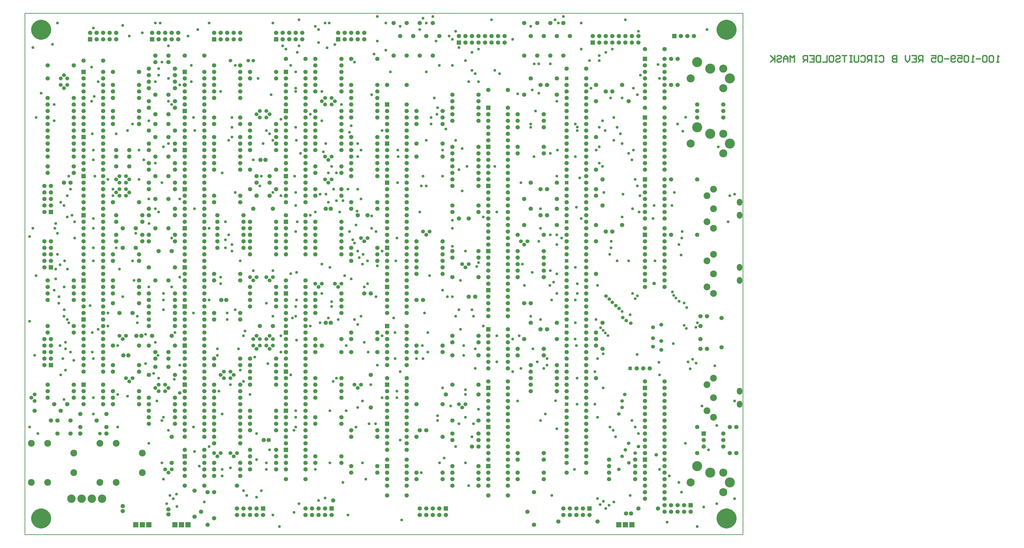
<source format=gbs>
*%FSLAX24Y24*%
*%MOIN*%
G01*
%ADD11C,0.0060*%
%ADD12C,0.0073*%
%ADD13C,0.0080*%
%ADD14C,0.0100*%
%ADD15C,0.0120*%
%ADD16C,0.0150*%
%ADD17C,0.0200*%
%ADD18C,0.0240*%
%ADD19C,0.0280*%
%ADD20C,0.0300*%
%ADD21C,0.0320*%
%ADD22C,0.0360*%
%ADD23C,0.0400*%
%ADD24C,0.0400*%
%ADD25C,0.0420*%
%ADD26C,0.0440*%
%ADD27C,0.0450*%
%ADD28C,0.0480*%
%ADD29C,0.0500*%
%ADD30C,0.0500*%
%ADD31C,0.0520*%
%ADD32C,0.0540*%
%ADD33C,0.0550*%
%ADD34C,0.0560*%
%ADD35C,0.0590*%
%ADD36C,0.0600*%
%ADD37C,0.0620*%
%ADD38C,0.0660*%
%ADD39C,0.0700*%
%ADD40C,0.0750*%
%ADD41C,0.0800*%
%ADD42O,0.0800X0.1000*%
%ADD43O,0.0840X0.1040*%
%ADD44C,0.0900*%
%ADD45C,0.0950*%
%ADD46C,0.1000*%
%ADD47C,0.1040*%
%ADD48C,0.1150*%
%ADD49C,0.1200*%
%ADD50C,0.1240*%
%ADD51C,0.1250*%
%ADD52C,0.1290*%
%ADD53C,0.1400*%
%ADD54C,0.1500*%
%ADD55C,0.1540*%
%ADD56C,0.1600*%
%ADD57C,0.2500*%
%ADD58R,0.0160X0.0750*%
%ADD59R,0.0200X0.0790*%
%ADD60R,0.0500X0.0500*%
%ADD61R,0.0540X0.0540*%
%ADD62R,0.0620X0.0620*%
%ADD63R,0.0660X0.0660*%
%ADD64R,0.0750X0.0160*%
%ADD65R,0.0750X0.0750*%
%ADD66R,0.0790X0.0200*%
%ADD67R,0.0790X0.0790*%
%ADD68R,0.2500X0.2500*%
D14*
X24510Y40320D02*
X134510D01*
Y120320D02*
X24510D01*
Y40320D01*
X134510D02*
Y120320D01*
D17*
X173427Y112820D02*
X173760D01*
X173593D02*
X173427D01*
X173593D02*
Y113820D01*
X173594D01*
X173593D02*
X173760Y113653D01*
X172927D02*
X172760Y113820D01*
X172427D01*
X172260Y113653D01*
Y112987D01*
X172427Y112820D01*
X172760D01*
X172927Y112987D01*
Y113653D01*
X171927D02*
X171761Y113820D01*
X171427D01*
X171261Y113653D01*
Y112987D01*
X171427Y112820D01*
X171761D01*
X171927Y112987D01*
Y113653D01*
X170928Y113320D02*
X170261D01*
X169928Y112820D02*
X169595D01*
X169761D01*
Y113820D01*
X169762D01*
X169761D02*
X169928Y113653D01*
X169095D02*
X168928Y113820D01*
X168595D01*
X168428Y113653D01*
Y112987D01*
X168595Y112820D01*
X168928D01*
X169095Y112987D01*
Y113653D01*
X168095Y113820D02*
X167429D01*
X168095D02*
Y113320D01*
X167762Y113486D01*
X167595D01*
X167429Y113320D01*
Y112987D01*
X167595Y112820D01*
X167929D01*
X168095Y112987D01*
X167095D02*
X166929Y112820D01*
X166596D01*
X166429Y112987D01*
Y113653D01*
X166596Y113820D01*
X166929D01*
X167095Y113653D01*
Y113486D01*
X166929Y113320D01*
X166429D01*
X166096D02*
X165429D01*
X165096Y113653D02*
X164930Y113820D01*
X164596D01*
X164430Y113653D01*
Y112987D01*
X164596Y112820D01*
X164930D01*
X165096Y112987D01*
Y113653D01*
X164096Y113820D02*
X163430D01*
X164096D02*
Y113320D01*
X163763Y113486D01*
X163597D01*
X163430Y113320D01*
Y112987D01*
X163597Y112820D01*
X163930D01*
X164096Y112987D01*
X162097Y112820D02*
Y113820D01*
X161597D01*
X161431Y113653D01*
Y113320D01*
X161597Y113153D01*
X162097D01*
X161764D02*
X161431Y112820D01*
X161097Y113820D02*
X160431D01*
X161097D02*
Y112820D01*
X160431D01*
X160764Y113320D02*
X161097D01*
X160098Y113153D02*
Y113820D01*
Y113153D02*
X159765Y112820D01*
X159431Y113153D01*
Y113820D01*
X158098D02*
Y112820D01*
X157599D01*
X157432Y112987D01*
Y113153D01*
X157599Y113320D01*
X158098D01*
X158099D01*
X158098D02*
X158099D01*
X158098D02*
X158099D01*
X158098D02*
X157599D01*
X157432Y113486D01*
Y113653D01*
X157599Y113820D01*
X158098D01*
X155599D02*
X155433Y113653D01*
X155599Y113820D02*
X155932D01*
X156099Y113653D01*
Y112987D01*
X155932Y112820D01*
X155599D01*
X155433Y112987D01*
X155099Y113820D02*
X154766D01*
X154933D01*
Y112820D01*
X155099D01*
X154766D01*
X154266D02*
Y113820D01*
X153766D01*
X153600Y113653D01*
Y113320D01*
X153766Y113153D01*
X154266D01*
X153933D02*
X153600Y112820D01*
X152600Y113653D02*
X152767Y113820D01*
X153100D01*
X153267Y113653D01*
Y112987D01*
X153100Y112820D01*
X152767D01*
X152600Y112987D01*
X152267D02*
Y113820D01*
Y112987D02*
X152100Y112820D01*
X151767D01*
X151600Y112987D01*
Y113820D01*
X151267D02*
X150934D01*
X151101D01*
Y112820D01*
X151267D01*
X150934D01*
X150434Y113820D02*
X149768D01*
X150101D01*
Y112820D01*
X148935Y113820D02*
X148768Y113653D01*
X148935Y113820D02*
X149268D01*
X149435Y113653D01*
Y113486D01*
X149268Y113320D01*
X148935D01*
X148768Y113153D01*
Y112987D01*
X148935Y112820D01*
X149268D01*
X149435Y112987D01*
X148268Y113820D02*
X147935D01*
X148268D02*
X148435Y113653D01*
Y112987D01*
X148268Y112820D01*
X147935D01*
X147768Y112987D01*
Y113653D01*
X147935Y113820D01*
X147435D02*
Y112820D01*
X146769D01*
X146435D02*
Y113820D01*
Y112820D02*
X145936D01*
X145769Y112987D01*
Y113653D01*
X145936Y113820D01*
X146435D01*
X145436D02*
X144769D01*
X145436D02*
Y112820D01*
X144769D01*
X145103Y113320D02*
X145436D01*
X144436Y112820D02*
Y113820D01*
X143936D01*
X143770Y113653D01*
Y113320D01*
X143936Y113153D01*
X144436D01*
X144103D02*
X143770Y112820D01*
X142437D02*
Y113820D01*
X142104Y113486D01*
X141770Y113820D01*
Y112820D01*
X141437D02*
Y113486D01*
X141104Y113820D01*
X140771Y113486D01*
Y112820D01*
Y113320D01*
X141437D01*
X139938Y113820D02*
X139771Y113653D01*
X139938Y113820D02*
X140271D01*
X140437Y113653D01*
Y113486D01*
X140271Y113320D01*
X139938D01*
X139771Y113153D01*
Y112987D01*
X139938Y112820D01*
X140271D01*
X140437Y112987D01*
X139438Y112820D02*
Y113820D01*
Y113153D02*
Y112820D01*
Y113153D02*
X138771Y113820D01*
X139271Y113320D01*
X138771Y112820D01*
D26*
X133260Y92570D02*
D03*
X132260Y88320D02*
D03*
X132510Y92320D02*
D03*
X133260Y60820D02*
D03*
Y45820D02*
D03*
X130760Y99820D02*
D03*
X130210Y66220D02*
D03*
X130510Y57070D02*
D03*
Y45070D02*
D03*
X129010Y117820D02*
D03*
X129260Y53320D02*
D03*
X128260Y60070D02*
D03*
X128510Y44570D02*
D03*
X126460Y65770D02*
D03*
X126810Y67220D02*
D03*
X126110Y66820D02*
D03*
X127360Y66620D02*
D03*
X127560Y72820D02*
D03*
X127310Y72120D02*
D03*
X127510Y41570D02*
D03*
X125310Y102220D02*
D03*
X124510Y103320D02*
D03*
X125760Y104370D02*
D03*
X125060Y83220D02*
D03*
X125160Y85820D02*
D03*
X124710Y84820D02*
D03*
X125210Y86820D02*
D03*
X125510Y75870D02*
D03*
Y72420D02*
D03*
X124260Y76620D02*
D03*
X124760Y76120D02*
D03*
X125910Y75170D02*
D03*
X125860Y71970D02*
D03*
X124710Y48320D02*
D03*
X125110Y46820D02*
D03*
X125710Y54320D02*
D03*
X124010Y92820D02*
D03*
X123910Y77020D02*
D03*
X123660Y90820D02*
D03*
X123710Y77570D02*
D03*
X123860Y69640D02*
D03*
X123260Y49320D02*
D03*
X122910Y42220D02*
D03*
X121510Y112470D02*
D03*
X121760Y110320D02*
D03*
X121060Y82320D02*
D03*
X120760Y88820D02*
D03*
X120910Y90820D02*
D03*
X121670Y66770D02*
D03*
X121760Y64820D02*
D03*
Y50320D02*
D03*
X118510Y117570D02*
D03*
X118810Y110820D02*
D03*
X118360Y107820D02*
D03*
Y93820D02*
D03*
X118760Y92320D02*
D03*
X118610Y89820D02*
D03*
X118310Y67970D02*
D03*
X118360Y76970D02*
D03*
X118510Y55820D02*
D03*
X116510Y119320D02*
D03*
X117760Y108820D02*
D03*
Y99320D02*
D03*
X117010Y98820D02*
D03*
X117510Y97820D02*
D03*
X118010Y94820D02*
D03*
X117610Y90320D02*
D03*
Y77320D02*
D03*
X117010Y82320D02*
D03*
X117260Y74070D02*
D03*
X118010Y76520D02*
D03*
X117260Y46320D02*
D03*
X118010Y56820D02*
D03*
X117510Y57820D02*
D03*
X114510Y114820D02*
D03*
X115260Y102820D02*
D03*
X115760Y101820D02*
D03*
X114760Y100820D02*
D03*
Y104320D02*
D03*
X116010Y100320D02*
D03*
Y107320D02*
D03*
X114360Y85320D02*
D03*
X115260Y82320D02*
D03*
X116160Y92570D02*
D03*
X116010Y89070D02*
D03*
Y74570D02*
D03*
X115010Y55320D02*
D03*
X114660Y56320D02*
D03*
X114760Y45320D02*
D03*
X112510Y113070D02*
D03*
Y113820D02*
D03*
X113510Y114320D02*
D03*
X112510Y102820D02*
D03*
X113210Y92820D02*
D03*
X113410Y102320D02*
D03*
X112510Y99820D02*
D03*
Y97320D02*
D03*
X113010Y96820D02*
D03*
Y103820D02*
D03*
X114260Y107320D02*
D03*
X114310Y84320D02*
D03*
X114110Y83320D02*
D03*
X113860Y70870D02*
D03*
X113110Y71670D02*
D03*
X112710Y72070D02*
D03*
X113460Y71260D02*
D03*
X113110Y68070D02*
D03*
Y62820D02*
D03*
X114160Y56820D02*
D03*
X112660Y44920D02*
D03*
X113160Y45420D02*
D03*
X113510Y44320D02*
D03*
X114010Y44820D02*
D03*
X111010Y113070D02*
D03*
X111260Y108820D02*
D03*
X112060Y99320D02*
D03*
X112260Y78570D02*
D03*
X111860Y65320D02*
D03*
X112010Y73320D02*
D03*
X112260Y67320D02*
D03*
X111860Y60320D02*
D03*
X112260Y58320D02*
D03*
Y45870D02*
D03*
X109760Y118820D02*
D03*
Y114820D02*
D03*
X109160Y102870D02*
D03*
X109510Y95070D02*
D03*
X109160Y102320D02*
D03*
X108860Y103320D02*
D03*
Y98320D02*
D03*
X109160Y78820D02*
D03*
Y77320D02*
D03*
X109760Y88820D02*
D03*
X109010Y90570D02*
D03*
X108860Y81320D02*
D03*
X109110Y64320D02*
D03*
X108860Y72820D02*
D03*
X108810Y70320D02*
D03*
X108860Y76320D02*
D03*
X109010Y69320D02*
D03*
X109110Y60320D02*
D03*
X108710Y50320D02*
D03*
X107010Y119820D02*
D03*
X106760Y85820D02*
D03*
X105760Y119320D02*
D03*
X105010Y112570D02*
D03*
X106260Y118820D02*
D03*
X106010Y106820D02*
D03*
X105010Y98820D02*
D03*
X106010Y95320D02*
D03*
X106110Y99320D02*
D03*
X104960Y78570D02*
D03*
X106010Y84820D02*
D03*
Y80320D02*
D03*
Y77320D02*
D03*
Y86320D02*
D03*
X105510Y79070D02*
D03*
X105010Y80820D02*
D03*
Y86320D02*
D03*
X105210Y76320D02*
D03*
X105810Y60870D02*
D03*
X106010Y56570D02*
D03*
X105260Y46320D02*
D03*
X103260Y112570D02*
D03*
X102760Y105320D02*
D03*
X103260Y108070D02*
D03*
X103510Y87320D02*
D03*
Y90320D02*
D03*
X103260Y85320D02*
D03*
X103510Y73320D02*
D03*
X103010Y66820D02*
D03*
X104010Y65820D02*
D03*
X104510Y67320D02*
D03*
Y66320D02*
D03*
X103510Y57820D02*
D03*
X104260Y58820D02*
D03*
X102010Y118320D02*
D03*
X102260Y108570D02*
D03*
X102560Y112570D02*
D03*
X102010Y102820D02*
D03*
Y103320D02*
D03*
X102510Y98320D02*
D03*
X100760Y81820D02*
D03*
X101060Y78570D02*
D03*
X102260Y80570D02*
D03*
X102010Y73820D02*
D03*
X102360Y68820D02*
D03*
X99260Y116320D02*
D03*
X100010Y107970D02*
D03*
X100510Y94320D02*
D03*
X99260Y65320D02*
D03*
Y70320D02*
D03*
X100260Y70820D02*
D03*
X100510Y65820D02*
D03*
X100010Y60820D02*
D03*
X97260Y111070D02*
D03*
X96810Y89820D02*
D03*
Y66820D02*
D03*
Y70820D02*
D03*
X96010Y119320D02*
D03*
X96510Y111570D02*
D03*
Y96820D02*
D03*
X94760Y89070D02*
D03*
Y72320D02*
D03*
X93010Y114320D02*
D03*
X94010Y114820D02*
D03*
X93010Y111570D02*
D03*
X94010Y109820D02*
D03*
X93510Y111070D02*
D03*
X94010Y82070D02*
D03*
X93760Y81470D02*
D03*
X93010Y74820D02*
D03*
X93260Y73820D02*
D03*
X93510Y65820D02*
D03*
Y68820D02*
D03*
X93010Y55320D02*
D03*
X93260Y57320D02*
D03*
X94010Y59570D02*
D03*
X92010Y113070D02*
D03*
X91010Y115070D02*
D03*
X92510Y109820D02*
D03*
X91510Y99570D02*
D03*
X92260Y96820D02*
D03*
X91010Y96320D02*
D03*
X91510Y93070D02*
D03*
X91260Y79320D02*
D03*
X92010Y83820D02*
D03*
X91760Y69320D02*
D03*
Y67820D02*
D03*
X92010Y62570D02*
D03*
X91010Y74820D02*
D03*
X92010Y61820D02*
D03*
X91260Y71820D02*
D03*
X92010Y51320D02*
D03*
Y58320D02*
D03*
X91010Y57320D02*
D03*
X92510Y47820D02*
D03*
X90010Y112320D02*
D03*
Y116320D02*
D03*
X89510Y116820D02*
D03*
X90510Y117570D02*
D03*
X89010Y102570D02*
D03*
X90510Y100820D02*
D03*
X90010Y84570D02*
D03*
Y87320D02*
D03*
Y88570D02*
D03*
Y76820D02*
D03*
X89260D02*
D03*
X90510Y73820D02*
D03*
X89760Y60070D02*
D03*
X90510Y53820D02*
D03*
X87010Y119820D02*
D03*
X88010Y112320D02*
D03*
X87510Y116070D02*
D03*
X87760Y105820D02*
D03*
X87260Y107320D02*
D03*
X87660Y104820D02*
D03*
X88510Y95320D02*
D03*
Y99320D02*
D03*
Y77820D02*
D03*
Y62820D02*
D03*
X88060Y51320D02*
D03*
X87760Y58570D02*
D03*
Y57820D02*
D03*
X88760Y52070D02*
D03*
X86010Y111320D02*
D03*
X85510Y119570D02*
D03*
X86010Y118820D02*
D03*
X85010Y117820D02*
D03*
X86010Y93820D02*
D03*
Y100820D02*
D03*
X85510Y95320D02*
D03*
X85260Y93820D02*
D03*
X86760Y104320D02*
D03*
Y103320D02*
D03*
X85010Y89820D02*
D03*
X86510Y80070D02*
D03*
X85410Y69320D02*
D03*
X85760Y74320D02*
D03*
X86260Y68320D02*
D03*
Y71320D02*
D03*
X85510Y67320D02*
D03*
X85260Y49820D02*
D03*
X84510Y67320D02*
D03*
X82010Y118320D02*
D03*
X81610Y94320D02*
D03*
X81660Y99320D02*
D03*
X81710Y98320D02*
D03*
X81360Y82320D02*
D03*
X81530Y85820D02*
D03*
X81240Y71320D02*
D03*
X81510Y62320D02*
D03*
X81260Y67320D02*
D03*
X82010Y65320D02*
D03*
X81510Y61320D02*
D03*
X82010Y54820D02*
D03*
X82260Y42570D02*
D03*
X79810Y114670D02*
D03*
Y118820D02*
D03*
X80510Y111320D02*
D03*
X79260Y102320D02*
D03*
Y83820D02*
D03*
Y70820D02*
D03*
X81010Y73570D02*
D03*
X79260Y61320D02*
D03*
X78010Y114070D02*
D03*
X78510Y119820D02*
D03*
Y116070D02*
D03*
X77660Y107820D02*
D03*
X78510Y81570D02*
D03*
X78310Y86820D02*
D03*
X77660Y87320D02*
D03*
Y89220D02*
D03*
X78510Y66320D02*
D03*
X77510Y63320D02*
D03*
X78310Y76820D02*
D03*
X77260Y57320D02*
D03*
X78260D02*
D03*
X77010Y78820D02*
D03*
Y82320D02*
D03*
X77110Y68320D02*
D03*
X75510Y98320D02*
D03*
Y93320D02*
D03*
X76010Y99320D02*
D03*
X75510Y100320D02*
D03*
X76260Y81820D02*
D03*
X75760Y82820D02*
D03*
X76510Y78320D02*
D03*
X76010Y91820D02*
D03*
X75260Y87820D02*
D03*
X75510Y83820D02*
D03*
X75410Y89970D02*
D03*
X76360Y83320D02*
D03*
X76010Y73820D02*
D03*
X76510Y69820D02*
D03*
X75510Y72570D02*
D03*
X75260Y56820D02*
D03*
X75510Y59820D02*
D03*
X76260Y60820D02*
D03*
Y51320D02*
D03*
X76760Y48820D02*
D03*
X75010Y112820D02*
D03*
X74010Y93320D02*
D03*
X74260Y102070D02*
D03*
X74510Y103070D02*
D03*
X73510Y80070D02*
D03*
X74260Y86820D02*
D03*
X73260Y91570D02*
D03*
X74510Y79570D02*
D03*
X74760Y85570D02*
D03*
X75010Y85070D02*
D03*
X73760Y69320D02*
D03*
X75010Y73320D02*
D03*
X73760Y59320D02*
D03*
X73260Y48320D02*
D03*
X74010Y43320D02*
D03*
X72010Y115520D02*
D03*
X71810Y93320D02*
D03*
X72260Y95820D02*
D03*
X71510Y96820D02*
D03*
X73010Y106320D02*
D03*
X72260Y91570D02*
D03*
X72760Y89820D02*
D03*
X72510Y73320D02*
D03*
X72260Y64320D02*
D03*
X71510Y76070D02*
D03*
X71760Y63820D02*
D03*
X71510Y75320D02*
D03*
X70810Y115020D02*
D03*
X70510Y118820D02*
D03*
X69510Y117820D02*
D03*
Y115820D02*
D03*
X71160Y118820D02*
D03*
X70260Y99070D02*
D03*
X70610Y100320D02*
D03*
X70010Y108320D02*
D03*
Y103820D02*
D03*
X71010Y95820D02*
D03*
X70010Y81820D02*
D03*
X70660Y92570D02*
D03*
X69760D02*
D03*
X70010Y77320D02*
D03*
X71010Y91320D02*
D03*
X71260Y81320D02*
D03*
X69760Y72820D02*
D03*
X71010Y73570D02*
D03*
X71260Y59320D02*
D03*
Y51320D02*
D03*
X69510Y45570D02*
D03*
X70510Y45920D02*
D03*
X69010Y118320D02*
D03*
X68260Y104820D02*
D03*
Y89320D02*
D03*
X69010Y89820D02*
D03*
X68260Y72320D02*
D03*
X69010Y50320D02*
D03*
X66260Y114320D02*
D03*
X66510Y115320D02*
D03*
Y119320D02*
D03*
X66010Y111320D02*
D03*
Y108820D02*
D03*
X66110Y100820D02*
D03*
X65860Y95320D02*
D03*
X66010Y92820D02*
D03*
Y102820D02*
D03*
Y108320D02*
D03*
X66760Y98820D02*
D03*
X66160Y80570D02*
D03*
X66010Y90820D02*
D03*
X66260Y88320D02*
D03*
X66010Y86820D02*
D03*
Y73820D02*
D03*
Y75320D02*
D03*
X65510Y73570D02*
D03*
X66160Y76320D02*
D03*
Y70170D02*
D03*
X65760Y56320D02*
D03*
X66010Y56820D02*
D03*
Y58320D02*
D03*
Y59320D02*
D03*
X66510Y45070D02*
D03*
X65760Y43720D02*
D03*
X64510Y114820D02*
D03*
X64010Y115320D02*
D03*
X65260Y112320D02*
D03*
X63760Y104070D02*
D03*
Y92320D02*
D03*
X65260Y80370D02*
D03*
X63760Y70820D02*
D03*
Y68320D02*
D03*
X65260Y64820D02*
D03*
X63510Y41570D02*
D03*
X62510Y118820D02*
D03*
Y100820D02*
D03*
X62260Y107820D02*
D03*
X61510Y102320D02*
D03*
X62010Y101820D02*
D03*
X62510Y92820D02*
D03*
Y80820D02*
D03*
X61760Y66570D02*
D03*
X61510Y75820D02*
D03*
X62510Y73820D02*
D03*
X62010Y53320D02*
D03*
X61510Y50320D02*
D03*
Y51320D02*
D03*
X62510Y43320D02*
D03*
X60260Y110320D02*
D03*
X60760Y95320D02*
D03*
X61010Y100320D02*
D03*
X60510Y93820D02*
D03*
X59760Y67570D02*
D03*
X60010Y55820D02*
D03*
Y51820D02*
D03*
Y46070D02*
D03*
X60760Y47070D02*
D03*
X59510Y97820D02*
D03*
Y80820D02*
D03*
X58260Y71570D02*
D03*
X58010Y70820D02*
D03*
Y63820D02*
D03*
X59010Y61820D02*
D03*
X58510Y46320D02*
D03*
X58010Y47070D02*
D03*
X56760Y112320D02*
D03*
Y92820D02*
D03*
X55760Y100820D02*
D03*
X56260Y101320D02*
D03*
Y102820D02*
D03*
Y104320D02*
D03*
Y83820D02*
D03*
Y84820D02*
D03*
X55760Y86320D02*
D03*
X57510Y82320D02*
D03*
X56010Y63320D02*
D03*
X56760Y74820D02*
D03*
X57260Y68820D02*
D03*
X57510Y65570D02*
D03*
X56010Y50570D02*
D03*
X54510Y108320D02*
D03*
X54760Y95820D02*
D03*
X54510Y78820D02*
D03*
Y79820D02*
D03*
X55260Y85570D02*
D03*
Y88320D02*
D03*
Y84320D02*
D03*
X54010Y68820D02*
D03*
Y67820D02*
D03*
X54260Y62320D02*
D03*
X55510Y73320D02*
D03*
Y74320D02*
D03*
X54760Y58820D02*
D03*
Y50320D02*
D03*
Y49320D02*
D03*
X52760Y118820D02*
D03*
Y87320D02*
D03*
Y76320D02*
D03*
Y53820D02*
D03*
X52010Y45320D02*
D03*
X50010Y112320D02*
D03*
Y109820D02*
D03*
X51010Y117820D02*
D03*
X50560Y102320D02*
D03*
X50360Y104320D02*
D03*
X50510Y90320D02*
D03*
X50360Y74320D02*
D03*
X50510Y53070D02*
D03*
X51260Y50820D02*
D03*
X50360Y56820D02*
D03*
X48260Y109320D02*
D03*
X49510Y116820D02*
D03*
X48260Y91820D02*
D03*
Y79820D02*
D03*
Y66320D02*
D03*
X47810Y44620D02*
D03*
X46510Y115320D02*
D03*
Y110320D02*
D03*
X47010Y106320D02*
D03*
X46510Y106820D02*
D03*
Y100320D02*
D03*
X47010Y78320D02*
D03*
Y85820D02*
D03*
X47410Y64170D02*
D03*
X47510Y71320D02*
D03*
X46760Y46320D02*
D03*
X46510Y56320D02*
D03*
X47760Y46520D02*
D03*
X46260Y45070D02*
D03*
X47260Y45820D02*
D03*
X45760Y99820D02*
D03*
Y77320D02*
D03*
Y74820D02*
D03*
Y76320D02*
D03*
Y58320D02*
D03*
Y48820D02*
D03*
X45260Y118820D02*
D03*
X45010Y110820D02*
D03*
Y111820D02*
D03*
X44510Y109820D02*
D03*
Y118820D02*
D03*
X45510Y112820D02*
D03*
X44510Y97320D02*
D03*
X45510Y94320D02*
D03*
X45010Y89820D02*
D03*
X44510Y90320D02*
D03*
X44910Y67820D02*
D03*
X44260Y65070D02*
D03*
X45010Y64320D02*
D03*
X44510Y69820D02*
D03*
X44760Y60820D02*
D03*
X45510Y57820D02*
D03*
Y51320D02*
D03*
X42510Y117320D02*
D03*
X42010Y99320D02*
D03*
Y94820D02*
D03*
X42760Y97820D02*
D03*
X43510Y103820D02*
D03*
X43560Y88070D02*
D03*
X43510Y91820D02*
D03*
Y78320D02*
D03*
X43010Y66570D02*
D03*
Y71070D02*
D03*
X43510Y54320D02*
D03*
X40510Y116820D02*
D03*
X40260Y102320D02*
D03*
X41010Y103320D02*
D03*
Y82320D02*
D03*
X41260Y79320D02*
D03*
X41510Y86570D02*
D03*
X40260Y61570D02*
D03*
X41760Y72820D02*
D03*
Y73820D02*
D03*
X39510Y118470D02*
D03*
X38510Y101820D02*
D03*
X38010Y93320D02*
D03*
X39010Y81070D02*
D03*
X38010Y92320D02*
D03*
X38510Y84320D02*
D03*
X39510Y76820D02*
D03*
X38760Y69320D02*
D03*
Y61820D02*
D03*
Y56820D02*
D03*
X37260Y94820D02*
D03*
Y72320D02*
D03*
Y74320D02*
D03*
X35010Y118070D02*
D03*
X34760Y112070D02*
D03*
X35760Y109820D02*
D03*
X34760Y106820D02*
D03*
X34860Y101820D02*
D03*
X35160Y107570D02*
D03*
X35010Y97820D02*
D03*
Y99320D02*
D03*
X35260Y95320D02*
D03*
X35010Y82320D02*
D03*
Y88820D02*
D03*
Y87320D02*
D03*
Y84320D02*
D03*
X34860Y68320D02*
D03*
Y71320D02*
D03*
X35010Y67320D02*
D03*
X34510Y75470D02*
D03*
X35760Y71820D02*
D03*
X35010Y58820D02*
D03*
Y61320D02*
D03*
X32160Y88320D02*
D03*
Y85820D02*
D03*
X31510Y93320D02*
D03*
X31260Y95320D02*
D03*
X31060Y81070D02*
D03*
X30560Y78320D02*
D03*
X30610Y82320D02*
D03*
X31010Y92320D02*
D03*
Y89070D02*
D03*
X30510Y90820D02*
D03*
X31760Y89320D02*
D03*
X30760Y65570D02*
D03*
X30560Y74820D02*
D03*
X30360Y67320D02*
D03*
X31260Y72820D02*
D03*
X31510Y68320D02*
D03*
X30510Y73820D02*
D03*
X30760Y69820D02*
D03*
Y68820D02*
D03*
X31010Y73320D02*
D03*
X32010Y67070D02*
D03*
X30510Y61070D02*
D03*
X28760Y115570D02*
D03*
X29510Y118820D02*
D03*
X29010Y106320D02*
D03*
Y103820D02*
D03*
X29260Y88070D02*
D03*
Y81070D02*
D03*
Y79570D02*
D03*
X29510Y83320D02*
D03*
X29010Y77820D02*
D03*
X29510Y86570D02*
D03*
X29110Y87320D02*
D03*
X30010Y91320D02*
D03*
X29910Y81720D02*
D03*
X29710Y75820D02*
D03*
X29760Y76820D02*
D03*
X30010Y64820D02*
D03*
X29910Y69320D02*
D03*
X27010Y108070D02*
D03*
X26260Y104320D02*
D03*
Y80070D02*
D03*
X26510Y55820D02*
D03*
X25760Y115070D02*
D03*
X25260Y86070D02*
D03*
X25760Y87320D02*
D03*
X25260Y73070D02*
D03*
X26010Y67820D02*
D03*
X25260Y56820D02*
D03*
D30*
X130730Y117820D02*
X130731D01*
X130730D02*
X130734Y117717D01*
X130747Y117615D01*
X130767Y117514D01*
X130796Y117415D01*
X130832Y117318D01*
X130877Y117225D01*
X130928Y117136D01*
X130987Y117051D01*
X131052Y116971D01*
X131123Y116897D01*
X131200Y116829D01*
X131283Y116767D01*
X131370Y116711D01*
X131461Y116664D01*
X131556Y116623D01*
X131654Y116591D01*
X131754Y116566D01*
X131856Y116549D01*
X131958Y116541D01*
X132062D01*
X132164Y116549D01*
X132266Y116566D01*
X132366Y116591D01*
X132464Y116623D01*
X132559Y116664D01*
X132650Y116711D01*
X132737Y116767D01*
X132820Y116829D01*
X132897Y116897D01*
X132968Y116971D01*
X133033Y117051D01*
X133092Y117136D01*
X133143Y117225D01*
X133188Y117318D01*
X133224Y117415D01*
X133253Y117514D01*
X133273Y117615D01*
X133286Y117717D01*
X133290Y117820D01*
X133291D01*
X133290D02*
X133286Y117923D01*
X133273Y118025D01*
X133253Y118126D01*
X133224Y118225D01*
X133188Y118322D01*
X133143Y118415D01*
X133092Y118504D01*
X133033Y118589D01*
X132968Y118669D01*
X132897Y118743D01*
X132820Y118811D01*
X132737Y118873D01*
X132650Y118929D01*
X132559Y118976D01*
X132464Y119017D01*
X132366Y119049D01*
X132266Y119074D01*
X132164Y119091D01*
X132062Y119099D01*
X131958D01*
X131856Y119091D01*
X131754Y119074D01*
X131654Y119049D01*
X131556Y119017D01*
X131461Y118976D01*
X131370Y118929D01*
X131283Y118873D01*
X131200Y118811D01*
X131123Y118743D01*
X131052Y118669D01*
X130987Y118589D01*
X130928Y118504D01*
X130877Y118415D01*
X130832Y118322D01*
X130796Y118225D01*
X130767Y118126D01*
X130747Y118025D01*
X130734Y117923D01*
X130730Y117820D01*
X131210D02*
X131211D01*
X131210D02*
X131215Y117727D01*
X131232Y117636D01*
X131258Y117546D01*
X131295Y117461D01*
X131342Y117380D01*
X131397Y117306D01*
X131461Y117238D01*
X131532Y117178D01*
X131610Y117127D01*
X131693Y117085D01*
X131781Y117054D01*
X131871Y117032D01*
X131963Y117021D01*
X132057D01*
X132149Y117032D01*
X132239Y117054D01*
X132327Y117085D01*
X132410Y117127D01*
X132488Y117178D01*
X132559Y117238D01*
X132623Y117306D01*
X132678Y117380D01*
X132725Y117461D01*
X132762Y117546D01*
X132788Y117636D01*
X132805Y117727D01*
X132810Y117820D01*
X132811D01*
X132810D02*
X132805Y117913D01*
X132788Y118004D01*
X132762Y118094D01*
X132725Y118179D01*
X132678Y118260D01*
X132623Y118334D01*
X132559Y118402D01*
X132488Y118462D01*
X132410Y118513D01*
X132327Y118555D01*
X132239Y118586D01*
X132149Y118608D01*
X132057Y118619D01*
X131963D01*
X131871Y118608D01*
X131781Y118586D01*
X131693Y118555D01*
X131610Y118513D01*
X131532Y118462D01*
X131461Y118402D01*
X131397Y118334D01*
X131342Y118260D01*
X131295Y118179D01*
X131258Y118094D01*
X131232Y118004D01*
X131215Y117913D01*
X131210Y117820D01*
X131690D02*
X131691D01*
X131690D02*
X131697Y117753D01*
X131718Y117690D01*
X131751Y117632D01*
X131796Y117582D01*
X131850Y117543D01*
X131911Y117516D01*
X131977Y117502D01*
X132043D01*
X132109Y117516D01*
X132170Y117543D01*
X132224Y117582D01*
X132269Y117632D01*
X132302Y117690D01*
X132323Y117753D01*
X132330Y117820D01*
X132331D01*
X132330D02*
X132323Y117887D01*
X132302Y117950D01*
X132269Y118008D01*
X132224Y118058D01*
X132170Y118097D01*
X132109Y118124D01*
X132043Y118138D01*
X131977D01*
X131911Y118124D01*
X131850Y118097D01*
X131796Y118058D01*
X131751Y118008D01*
X131718Y117950D01*
X131697Y117887D01*
X131690Y117820D01*
X132010D02*
D03*
X130730Y42820D02*
X130731D01*
X130730D02*
X130734Y42717D01*
X130747Y42615D01*
X130767Y42514D01*
X130796Y42415D01*
X130832Y42318D01*
X130877Y42225D01*
X130928Y42136D01*
X130987Y42051D01*
X131052Y41971D01*
X131123Y41897D01*
X131200Y41829D01*
X131283Y41767D01*
X131370Y41711D01*
X131461Y41664D01*
X131556Y41623D01*
X131654Y41591D01*
X131754Y41566D01*
X131856Y41549D01*
X131958Y41541D01*
X132062D01*
X132164Y41549D01*
X132266Y41566D01*
X132366Y41591D01*
X132464Y41623D01*
X132559Y41664D01*
X132650Y41711D01*
X132737Y41767D01*
X132820Y41829D01*
X132897Y41897D01*
X132968Y41971D01*
X133033Y42051D01*
X133092Y42136D01*
X133143Y42225D01*
X133188Y42318D01*
X133224Y42415D01*
X133253Y42514D01*
X133273Y42615D01*
X133286Y42717D01*
X133290Y42820D01*
X133291D01*
X133290D02*
X133286Y42923D01*
X133273Y43025D01*
X133253Y43126D01*
X133224Y43225D01*
X133188Y43322D01*
X133143Y43415D01*
X133092Y43504D01*
X133033Y43589D01*
X132968Y43669D01*
X132897Y43743D01*
X132820Y43811D01*
X132737Y43873D01*
X132650Y43929D01*
X132559Y43976D01*
X132464Y44017D01*
X132366Y44049D01*
X132266Y44074D01*
X132164Y44091D01*
X132062Y44099D01*
X131958D01*
X131856Y44091D01*
X131754Y44074D01*
X131654Y44049D01*
X131556Y44017D01*
X131461Y43976D01*
X131370Y43929D01*
X131283Y43873D01*
X131200Y43811D01*
X131123Y43743D01*
X131052Y43669D01*
X130987Y43589D01*
X130928Y43504D01*
X130877Y43415D01*
X130832Y43322D01*
X130796Y43225D01*
X130767Y43126D01*
X130747Y43025D01*
X130734Y42923D01*
X130730Y42820D01*
X131210D02*
X131211D01*
X131210D02*
X131215Y42727D01*
X131232Y42636D01*
X131258Y42546D01*
X131295Y42461D01*
X131342Y42380D01*
X131397Y42306D01*
X131461Y42238D01*
X131532Y42178D01*
X131610Y42127D01*
X131693Y42085D01*
X131781Y42054D01*
X131871Y42032D01*
X131963Y42021D01*
X132057D01*
X132149Y42032D01*
X132239Y42054D01*
X132327Y42085D01*
X132410Y42127D01*
X132488Y42178D01*
X132559Y42238D01*
X132623Y42306D01*
X132678Y42380D01*
X132725Y42461D01*
X132762Y42546D01*
X132788Y42636D01*
X132805Y42727D01*
X132810Y42820D01*
X132811D01*
X132810D02*
X132805Y42913D01*
X132788Y43004D01*
X132762Y43094D01*
X132725Y43179D01*
X132678Y43260D01*
X132623Y43334D01*
X132559Y43402D01*
X132488Y43462D01*
X132410Y43513D01*
X132327Y43555D01*
X132239Y43586D01*
X132149Y43608D01*
X132057Y43619D01*
X131963D01*
X131871Y43608D01*
X131781Y43586D01*
X131693Y43555D01*
X131610Y43513D01*
X131532Y43462D01*
X131461Y43402D01*
X131397Y43334D01*
X131342Y43260D01*
X131295Y43179D01*
X131258Y43094D01*
X131232Y43004D01*
X131215Y42913D01*
X131210Y42820D01*
X131690D02*
X131691D01*
X131690D02*
X131697Y42753D01*
X131718Y42690D01*
X131751Y42632D01*
X131796Y42582D01*
X131850Y42543D01*
X131911Y42516D01*
X131977Y42502D01*
X132043D01*
X132109Y42516D01*
X132170Y42543D01*
X132224Y42582D01*
X132269Y42632D01*
X132302Y42690D01*
X132323Y42753D01*
X132330Y42820D01*
X132331D01*
X132330D02*
X132323Y42887D01*
X132302Y42950D01*
X132269Y43008D01*
X132224Y43058D01*
X132170Y43097D01*
X132109Y43124D01*
X132043Y43138D01*
X131977D01*
X131911Y43124D01*
X131850Y43097D01*
X131796Y43058D01*
X131751Y43008D01*
X131718Y42950D01*
X131697Y42887D01*
X131690Y42820D01*
X132010D02*
D03*
X25730Y117820D02*
X25731D01*
X25730D02*
X25734Y117717D01*
X25747Y117615D01*
X25767Y117514D01*
X25796Y117415D01*
X25832Y117318D01*
X25877Y117225D01*
X25928Y117136D01*
X25987Y117051D01*
X26052Y116971D01*
X26123Y116897D01*
X26200Y116829D01*
X26283Y116767D01*
X26370Y116711D01*
X26461Y116664D01*
X26556Y116623D01*
X26654Y116591D01*
X26754Y116566D01*
X26856Y116549D01*
X26958Y116541D01*
X27062D01*
X27164Y116549D01*
X27266Y116566D01*
X27366Y116591D01*
X27464Y116623D01*
X27559Y116664D01*
X27650Y116711D01*
X27737Y116767D01*
X27820Y116829D01*
X27897Y116897D01*
X27968Y116971D01*
X28033Y117051D01*
X28092Y117136D01*
X28143Y117225D01*
X28188Y117318D01*
X28224Y117415D01*
X28253Y117514D01*
X28273Y117615D01*
X28286Y117717D01*
X28290Y117820D01*
X28291D01*
X28290D02*
X28286Y117923D01*
X28273Y118025D01*
X28253Y118126D01*
X28224Y118225D01*
X28188Y118322D01*
X28143Y118415D01*
X28092Y118504D01*
X28033Y118589D01*
X27968Y118669D01*
X27897Y118743D01*
X27820Y118811D01*
X27737Y118873D01*
X27650Y118929D01*
X27559Y118976D01*
X27464Y119017D01*
X27366Y119049D01*
X27266Y119074D01*
X27164Y119091D01*
X27062Y119099D01*
X26958D01*
X26856Y119091D01*
X26754Y119074D01*
X26654Y119049D01*
X26556Y119017D01*
X26461Y118976D01*
X26370Y118929D01*
X26283Y118873D01*
X26200Y118811D01*
X26123Y118743D01*
X26052Y118669D01*
X25987Y118589D01*
X25928Y118504D01*
X25877Y118415D01*
X25832Y118322D01*
X25796Y118225D01*
X25767Y118126D01*
X25747Y118025D01*
X25734Y117923D01*
X25730Y117820D01*
X26210D02*
X26211D01*
X26210D02*
X26215Y117727D01*
X26232Y117636D01*
X26258Y117546D01*
X26295Y117461D01*
X26342Y117380D01*
X26397Y117306D01*
X26461Y117238D01*
X26532Y117178D01*
X26610Y117127D01*
X26693Y117085D01*
X26781Y117054D01*
X26871Y117032D01*
X26963Y117021D01*
X27057D01*
X27149Y117032D01*
X27239Y117054D01*
X27327Y117085D01*
X27410Y117127D01*
X27488Y117178D01*
X27559Y117238D01*
X27623Y117306D01*
X27678Y117380D01*
X27725Y117461D01*
X27762Y117546D01*
X27788Y117636D01*
X27805Y117727D01*
X27810Y117820D01*
X27811D01*
X27810D02*
X27805Y117913D01*
X27788Y118004D01*
X27762Y118094D01*
X27725Y118179D01*
X27678Y118260D01*
X27623Y118334D01*
X27559Y118402D01*
X27488Y118462D01*
X27410Y118513D01*
X27327Y118555D01*
X27239Y118586D01*
X27149Y118608D01*
X27057Y118619D01*
X26963D01*
X26871Y118608D01*
X26781Y118586D01*
X26693Y118555D01*
X26610Y118513D01*
X26532Y118462D01*
X26461Y118402D01*
X26397Y118334D01*
X26342Y118260D01*
X26295Y118179D01*
X26258Y118094D01*
X26232Y118004D01*
X26215Y117913D01*
X26210Y117820D01*
X26690D02*
X26691D01*
X26690D02*
X26697Y117753D01*
X26718Y117690D01*
X26751Y117632D01*
X26796Y117582D01*
X26850Y117543D01*
X26911Y117516D01*
X26977Y117502D01*
X27043D01*
X27109Y117516D01*
X27170Y117543D01*
X27224Y117582D01*
X27269Y117632D01*
X27302Y117690D01*
X27323Y117753D01*
X27330Y117820D01*
X27331D01*
X27330D02*
X27323Y117887D01*
X27302Y117950D01*
X27269Y118008D01*
X27224Y118058D01*
X27170Y118097D01*
X27109Y118124D01*
X27043Y118138D01*
X26977D01*
X26911Y118124D01*
X26850Y118097D01*
X26796Y118058D01*
X26751Y118008D01*
X26718Y117950D01*
X26697Y117887D01*
X26690Y117820D01*
X27010D02*
D03*
X25730Y42820D02*
X25731D01*
X25730D02*
X25734Y42717D01*
X25747Y42615D01*
X25767Y42514D01*
X25796Y42415D01*
X25832Y42318D01*
X25877Y42225D01*
X25928Y42136D01*
X25987Y42051D01*
X26052Y41971D01*
X26123Y41897D01*
X26200Y41829D01*
X26283Y41767D01*
X26370Y41711D01*
X26461Y41664D01*
X26556Y41623D01*
X26654Y41591D01*
X26754Y41566D01*
X26856Y41549D01*
X26958Y41541D01*
X27062D01*
X27164Y41549D01*
X27266Y41566D01*
X27366Y41591D01*
X27464Y41623D01*
X27559Y41664D01*
X27650Y41711D01*
X27737Y41767D01*
X27820Y41829D01*
X27897Y41897D01*
X27968Y41971D01*
X28033Y42051D01*
X28092Y42136D01*
X28143Y42225D01*
X28188Y42318D01*
X28224Y42415D01*
X28253Y42514D01*
X28273Y42615D01*
X28286Y42717D01*
X28290Y42820D01*
X28291D01*
X28290D02*
X28286Y42923D01*
X28273Y43025D01*
X28253Y43126D01*
X28224Y43225D01*
X28188Y43322D01*
X28143Y43415D01*
X28092Y43504D01*
X28033Y43589D01*
X27968Y43669D01*
X27897Y43743D01*
X27820Y43811D01*
X27737Y43873D01*
X27650Y43929D01*
X27559Y43976D01*
X27464Y44017D01*
X27366Y44049D01*
X27266Y44074D01*
X27164Y44091D01*
X27062Y44099D01*
X26958D01*
X26856Y44091D01*
X26754Y44074D01*
X26654Y44049D01*
X26556Y44017D01*
X26461Y43976D01*
X26370Y43929D01*
X26283Y43873D01*
X26200Y43811D01*
X26123Y43743D01*
X26052Y43669D01*
X25987Y43589D01*
X25928Y43504D01*
X25877Y43415D01*
X25832Y43322D01*
X25796Y43225D01*
X25767Y43126D01*
X25747Y43025D01*
X25734Y42923D01*
X25730Y42820D01*
X26210D02*
X26211D01*
X26210D02*
X26215Y42727D01*
X26232Y42636D01*
X26258Y42546D01*
X26295Y42461D01*
X26342Y42380D01*
X26397Y42306D01*
X26461Y42238D01*
X26532Y42178D01*
X26610Y42127D01*
X26693Y42085D01*
X26781Y42054D01*
X26871Y42032D01*
X26963Y42021D01*
X27057D01*
X27149Y42032D01*
X27239Y42054D01*
X27327Y42085D01*
X27410Y42127D01*
X27488Y42178D01*
X27559Y42238D01*
X27623Y42306D01*
X27678Y42380D01*
X27725Y42461D01*
X27762Y42546D01*
X27788Y42636D01*
X27805Y42727D01*
X27810Y42820D01*
X27811D01*
X27810D02*
X27805Y42913D01*
X27788Y43004D01*
X27762Y43094D01*
X27725Y43179D01*
X27678Y43260D01*
X27623Y43334D01*
X27559Y43402D01*
X27488Y43462D01*
X27410Y43513D01*
X27327Y43555D01*
X27239Y43586D01*
X27149Y43608D01*
X27057Y43619D01*
X26963D01*
X26871Y43608D01*
X26781Y43586D01*
X26693Y43555D01*
X26610Y43513D01*
X26532Y43462D01*
X26461Y43402D01*
X26397Y43334D01*
X26342Y43260D01*
X26295Y43179D01*
X26258Y43094D01*
X26232Y43004D01*
X26215Y42913D01*
X26210Y42820D01*
X26690D02*
X26691D01*
X26690D02*
X26697Y42753D01*
X26718Y42690D01*
X26751Y42632D01*
X26796Y42582D01*
X26850Y42543D01*
X26911Y42516D01*
X26977Y42502D01*
X27043D01*
X27109Y42516D01*
X27170Y42543D01*
X27224Y42582D01*
X27269Y42632D01*
X27302Y42690D01*
X27323Y42753D01*
X27330Y42820D01*
X27331D01*
X27330D02*
X27323Y42887D01*
X27302Y42950D01*
X27269Y43008D01*
X27224Y43058D01*
X27170Y43097D01*
X27109Y43124D01*
X27043Y43138D01*
X26977D01*
X26911Y43124D01*
X26850Y43097D01*
X26796Y43058D01*
X26751Y43008D01*
X26718Y42950D01*
X26697Y42887D01*
X26690Y42820D01*
X27010D02*
D03*
D32*
X120910Y78870D02*
D03*
X121260Y52570D02*
D03*
X118510Y53820D02*
D03*
X116410Y61820D02*
D03*
X116660Y73170D02*
D03*
X117360Y72770D02*
D03*
X116510Y53320D02*
D03*
X117010Y54320D02*
D03*
X117060Y51320D02*
D03*
X118010Y52820D02*
D03*
X114510Y75970D02*
D03*
X115060Y75470D02*
D03*
X115560Y75020D02*
D03*
X116110Y73620D02*
D03*
X115510Y50320D02*
D03*
Y58820D02*
D03*
X116010Y60820D02*
D03*
Y52320D02*
D03*
Y59820D02*
D03*
X113560Y76920D02*
D03*
X114060Y76470D02*
D03*
X58760Y113070D02*
D03*
X59510D02*
D03*
X56010D02*
D03*
X48260Y62070D02*
D03*
X36010Y55820D02*
D03*
D35*
X122010Y72520D02*
D03*
X120760Y70470D02*
D03*
X122010Y70020D02*
D03*
Y68670D02*
D03*
X120760Y69170D02*
D03*
Y72120D02*
D03*
X100510Y85320D02*
D03*
X101010Y84820D02*
D03*
X101510Y85320D02*
D03*
X91510Y81820D02*
D03*
X92010Y81320D02*
D03*
X92510Y81820D02*
D03*
X85510Y86820D02*
D03*
X86010Y86320D02*
D03*
X86510Y86820D02*
D03*
X92010Y60320D02*
D03*
X91510Y59820D02*
D03*
X91010Y60320D02*
D03*
X70510Y98320D02*
D03*
X71010Y97820D02*
D03*
X71510Y98320D02*
D03*
X70510Y94820D02*
D03*
X71010Y94320D02*
D03*
X71510Y94820D02*
D03*
Y106320D02*
D03*
X72010Y106820D02*
D03*
X71510Y107320D02*
D03*
X70510D02*
D03*
X70010Y106820D02*
D03*
X70510Y106320D02*
D03*
X61510Y104320D02*
D03*
X62010Y104820D02*
D03*
X61510Y105320D02*
D03*
X69010Y78820D02*
D03*
X69510Y78320D02*
D03*
X70010Y78820D02*
D03*
X72010D02*
D03*
X72510Y78320D02*
D03*
X73010Y78820D02*
D03*
X61510Y79820D02*
D03*
X62010Y79320D02*
D03*
X62510Y79820D02*
D03*
X76010Y85820D02*
D03*
X76510Y85320D02*
D03*
X77010Y85820D02*
D03*
X62510Y70320D02*
D03*
X62010Y70820D02*
D03*
X61510Y70320D02*
D03*
Y69320D02*
D03*
X62010Y68820D02*
D03*
X62510Y69320D02*
D03*
X76010Y63320D02*
D03*
X75510Y62820D02*
D03*
X75010Y63320D02*
D03*
X60510Y105320D02*
D03*
X60010Y104820D02*
D03*
X60510Y104320D02*
D03*
X59010Y79820D02*
D03*
X59510Y79320D02*
D03*
X60010Y79820D02*
D03*
X46010Y62320D02*
D03*
X46510Y62820D02*
D03*
X46010Y63320D02*
D03*
X55010Y65320D02*
D03*
X54510Y64820D02*
D03*
X55010Y64320D02*
D03*
X56010D02*
D03*
X56510Y64820D02*
D03*
X56010Y65320D02*
D03*
X60510Y70320D02*
D03*
X60010Y70820D02*
D03*
X59510Y70320D02*
D03*
Y69320D02*
D03*
X60010Y68820D02*
D03*
X60510Y69320D02*
D03*
X56010Y52820D02*
D03*
X56510Y52320D02*
D03*
X57010Y52820D02*
D03*
X53510D02*
D03*
X54010Y52320D02*
D03*
X54510Y52820D02*
D03*
X46010Y50320D02*
D03*
X46510Y49820D02*
D03*
X47010Y50320D02*
D03*
X31010Y110320D02*
D03*
X30510Y110820D02*
D03*
X30010Y110320D02*
D03*
Y109320D02*
D03*
X30510Y108820D02*
D03*
X31010Y109320D02*
D03*
X40010Y94320D02*
D03*
X40510Y94820D02*
D03*
X40010Y95320D02*
D03*
Y92320D02*
D03*
X40510Y92820D02*
D03*
X40010Y93320D02*
D03*
X39010D02*
D03*
X38510Y92820D02*
D03*
X39010Y92320D02*
D03*
Y95320D02*
D03*
X38510Y94820D02*
D03*
X39010Y94320D02*
D03*
Y70820D02*
D03*
X39510Y70320D02*
D03*
X40010Y70820D02*
D03*
Y64320D02*
D03*
X40510Y63820D02*
D03*
X41010Y64320D02*
D03*
X45010Y63320D02*
D03*
X44510Y62820D02*
D03*
X45010Y62320D02*
D03*
X26010Y61820D02*
D03*
X25510Y61320D02*
D03*
X26010Y60820D02*
D03*
D38*
X112260Y42320D02*
D03*
X106260D02*
D03*
X71760Y45570D02*
D03*
X57010Y47820D02*
D03*
X28010Y110320D02*
D03*
X125010Y116820D02*
D03*
X126010D02*
D03*
X127010D02*
D03*
X124510Y113320D02*
D03*
Y109320D02*
D03*
X127510Y94820D02*
D03*
X123510D02*
D03*
X127510Y104320D02*
D03*
X131510D02*
D03*
Y105320D02*
D03*
X127510D02*
D03*
Y106320D02*
D03*
X131510D02*
D03*
X127510Y86320D02*
D03*
X123510D02*
D03*
X129010Y73820D02*
D03*
X128010D02*
D03*
X129010Y68820D02*
D03*
X128010D02*
D03*
Y72320D02*
D03*
Y70320D02*
D03*
X131260Y73570D02*
D03*
Y69070D02*
D03*
X127510Y52820D02*
D03*
Y56820D02*
D03*
X132510D02*
D03*
Y52820D02*
D03*
X133510Y56820D02*
D03*
Y52820D02*
D03*
X128510Y54820D02*
D03*
X131510Y55820D02*
D03*
Y54820D02*
D03*
Y53820D02*
D03*
X128510D02*
D03*
X123510Y43820D02*
D03*
X126510D02*
D03*
X125510Y44820D02*
D03*
Y43820D02*
D03*
X124510Y44820D02*
D03*
Y43820D02*
D03*
X123510Y44820D02*
D03*
X122510D02*
D03*
Y43820D02*
D03*
X119510Y112320D02*
D03*
Y110320D02*
D03*
Y109320D02*
D03*
Y108320D02*
D03*
Y107320D02*
D03*
X122510D02*
D03*
Y108320D02*
D03*
Y109320D02*
D03*
Y110320D02*
D03*
Y111320D02*
D03*
Y112320D02*
D03*
Y113320D02*
D03*
X119510Y111320D02*
D03*
X118510Y116820D02*
D03*
Y115820D02*
D03*
X117510Y116820D02*
D03*
Y115820D02*
D03*
X116510Y116820D02*
D03*
Y115820D02*
D03*
X115510Y116820D02*
D03*
Y115820D02*
D03*
X114510Y116820D02*
D03*
Y115820D02*
D03*
X113510Y116820D02*
D03*
Y115820D02*
D03*
X112510Y116820D02*
D03*
Y115820D02*
D03*
X111510Y116820D02*
D03*
X116010Y109320D02*
D03*
X112010D02*
D03*
X119510Y114820D02*
D03*
X122510D02*
D03*
X107510Y111820D02*
D03*
X110510D02*
D03*
X123510Y113320D02*
D03*
Y109320D02*
D03*
X119510Y93820D02*
D03*
Y91820D02*
D03*
Y90820D02*
D03*
Y89820D02*
D03*
Y88820D02*
D03*
X122510D02*
D03*
Y89820D02*
D03*
Y90820D02*
D03*
Y91820D02*
D03*
Y92820D02*
D03*
Y93820D02*
D03*
Y94820D02*
D03*
X119510Y92820D02*
D03*
Y96320D02*
D03*
X122510D02*
D03*
Y105820D02*
D03*
X119510D02*
D03*
X113010Y90820D02*
D03*
Y94820D02*
D03*
X112010Y96320D02*
D03*
Y101320D02*
D03*
Y106820D02*
D03*
X117010D02*
D03*
X113510Y108320D02*
D03*
X114510D02*
D03*
X107510Y105320D02*
D03*
X110510D02*
D03*
X107510Y95320D02*
D03*
X110510D02*
D03*
X119510Y103320D02*
D03*
Y102320D02*
D03*
Y101320D02*
D03*
Y100320D02*
D03*
Y99320D02*
D03*
Y98320D02*
D03*
Y97320D02*
D03*
X122510D02*
D03*
Y98320D02*
D03*
Y99320D02*
D03*
Y100320D02*
D03*
Y101320D02*
D03*
Y102320D02*
D03*
Y103320D02*
D03*
Y104320D02*
D03*
Y78320D02*
D03*
X119510D02*
D03*
Y85320D02*
D03*
Y84320D02*
D03*
Y83320D02*
D03*
Y82320D02*
D03*
Y81320D02*
D03*
Y80320D02*
D03*
Y79320D02*
D03*
X122510D02*
D03*
Y80320D02*
D03*
Y81320D02*
D03*
Y82320D02*
D03*
Y83320D02*
D03*
Y84320D02*
D03*
Y85320D02*
D03*
Y86320D02*
D03*
Y87320D02*
D03*
X119510D02*
D03*
X113510Y86820D02*
D03*
X114510D02*
D03*
X112010Y93320D02*
D03*
Y92320D02*
D03*
Y85320D02*
D03*
Y80320D02*
D03*
X107510Y89320D02*
D03*
X110510D02*
D03*
X107510Y83320D02*
D03*
X110510D02*
D03*
X116010Y87820D02*
D03*
X112010D02*
D03*
X120260Y65820D02*
D03*
X119260D02*
D03*
X118260D02*
D03*
X113010Y68820D02*
D03*
Y72820D02*
D03*
X112010Y71320D02*
D03*
Y70320D02*
D03*
Y69320D02*
D03*
Y64320D02*
D03*
X110510Y67320D02*
D03*
X107510D02*
D03*
Y73320D02*
D03*
X110510D02*
D03*
X119510Y63820D02*
D03*
X122510D02*
D03*
X119510Y61820D02*
D03*
Y60820D02*
D03*
Y59820D02*
D03*
Y58820D02*
D03*
Y57820D02*
D03*
Y56820D02*
D03*
Y55820D02*
D03*
Y54820D02*
D03*
Y53820D02*
D03*
X122510D02*
D03*
Y54820D02*
D03*
Y55820D02*
D03*
Y56820D02*
D03*
Y57820D02*
D03*
Y58820D02*
D03*
Y59820D02*
D03*
Y60820D02*
D03*
Y61820D02*
D03*
Y62820D02*
D03*
X118010Y48820D02*
D03*
X114010D02*
D03*
Y49820D02*
D03*
X118010D02*
D03*
X110510Y61320D02*
D03*
X107510D02*
D03*
X119510Y52820D02*
D03*
X122510D02*
D03*
X119510Y49820D02*
D03*
X122510Y51820D02*
D03*
Y50820D02*
D03*
Y49820D02*
D03*
Y48820D02*
D03*
Y47820D02*
D03*
Y46820D02*
D03*
Y45820D02*
D03*
X119510D02*
D03*
Y46820D02*
D03*
Y47820D02*
D03*
Y48820D02*
D03*
Y50820D02*
D03*
X118010Y51820D02*
D03*
X114010D02*
D03*
X118010Y50820D02*
D03*
X114010D02*
D03*
X107010Y43320D02*
D03*
Y44320D02*
D03*
X108010D02*
D03*
X109010Y43320D02*
D03*
Y44320D02*
D03*
X110010Y43320D02*
D03*
Y44320D02*
D03*
X111010Y43320D02*
D03*
X108010D02*
D03*
X117404Y43570D02*
D03*
X116616D02*
D03*
X118510Y44320D02*
D03*
X121510D02*
D03*
X104510Y109320D02*
D03*
X103510D02*
D03*
X102010Y110320D02*
D03*
X106010D02*
D03*
X107510Y109320D02*
D03*
Y108320D02*
D03*
Y107320D02*
D03*
X110510D02*
D03*
Y108320D02*
D03*
Y109320D02*
D03*
Y110320D02*
D03*
X102010Y116820D02*
D03*
X101010Y113820D02*
D03*
Y118820D02*
D03*
X104010Y116820D02*
D03*
X103010Y113820D02*
D03*
Y118820D02*
D03*
X106010Y116820D02*
D03*
X105010Y113820D02*
D03*
Y118820D02*
D03*
X108010Y116820D02*
D03*
X107010Y113820D02*
D03*
Y118820D02*
D03*
X95510Y108570D02*
D03*
X98510D02*
D03*
X104510Y93320D02*
D03*
X103510D02*
D03*
X107510D02*
D03*
Y92320D02*
D03*
Y91320D02*
D03*
X110510D02*
D03*
Y92320D02*
D03*
Y93320D02*
D03*
Y94320D02*
D03*
X106010Y107820D02*
D03*
X101010D02*
D03*
X110510Y106320D02*
D03*
X107510D02*
D03*
Y103320D02*
D03*
Y102320D02*
D03*
Y101320D02*
D03*
Y100320D02*
D03*
Y99320D02*
D03*
Y98320D02*
D03*
Y97320D02*
D03*
X110510D02*
D03*
Y98320D02*
D03*
Y99320D02*
D03*
Y100320D02*
D03*
Y101320D02*
D03*
Y102320D02*
D03*
Y103320D02*
D03*
Y104320D02*
D03*
Y96320D02*
D03*
X107510D02*
D03*
X94010Y107820D02*
D03*
X90010D02*
D03*
X94010Y105820D02*
D03*
X90010D02*
D03*
X104010Y102820D02*
D03*
X100010D02*
D03*
X104010Y104820D02*
D03*
X100010D02*
D03*
X104010Y103820D02*
D03*
X100010D02*
D03*
X98510Y95820D02*
D03*
X95510D02*
D03*
Y94820D02*
D03*
X98510D02*
D03*
X95510Y100820D02*
D03*
X98510D02*
D03*
Y101820D02*
D03*
X95510D02*
D03*
X94010Y96820D02*
D03*
X90010D02*
D03*
X94010Y95820D02*
D03*
X90010D02*
D03*
X95510Y98820D02*
D03*
X98510Y99820D02*
D03*
Y98820D02*
D03*
Y97820D02*
D03*
Y96820D02*
D03*
X95510D02*
D03*
Y97820D02*
D03*
X98510Y93820D02*
D03*
Y92820D02*
D03*
Y91820D02*
D03*
Y90820D02*
D03*
Y89820D02*
D03*
Y88820D02*
D03*
Y87820D02*
D03*
Y86820D02*
D03*
X95510D02*
D03*
Y87820D02*
D03*
Y88820D02*
D03*
Y89820D02*
D03*
Y90820D02*
D03*
Y91820D02*
D03*
Y92820D02*
D03*
Y104820D02*
D03*
X98510Y105820D02*
D03*
Y104820D02*
D03*
Y103820D02*
D03*
Y102820D02*
D03*
X95510D02*
D03*
Y103820D02*
D03*
X100010Y98820D02*
D03*
X104010D02*
D03*
X102010Y94320D02*
D03*
X106010D02*
D03*
X100010Y99820D02*
D03*
X104010D02*
D03*
X102010Y90320D02*
D03*
X106010D02*
D03*
X104510Y89320D02*
D03*
X103510D02*
D03*
X106010Y91820D02*
D03*
X101010D02*
D03*
X100010Y86320D02*
D03*
X104010D02*
D03*
X106010Y87820D02*
D03*
X101010D02*
D03*
X110510Y90320D02*
D03*
X107510D02*
D03*
Y87320D02*
D03*
Y86320D02*
D03*
Y85320D02*
D03*
X110510D02*
D03*
Y86320D02*
D03*
Y87320D02*
D03*
Y88320D02*
D03*
Y84320D02*
D03*
X107510D02*
D03*
Y81320D02*
D03*
Y80320D02*
D03*
Y79320D02*
D03*
Y78320D02*
D03*
Y77320D02*
D03*
Y76320D02*
D03*
Y75320D02*
D03*
X110510D02*
D03*
Y76320D02*
D03*
Y77320D02*
D03*
Y78320D02*
D03*
Y79320D02*
D03*
Y80320D02*
D03*
Y81320D02*
D03*
Y82320D02*
D03*
X100010Y79820D02*
D03*
X104010D02*
D03*
X98510Y78820D02*
D03*
X95510D02*
D03*
X94010Y79820D02*
D03*
X90010D02*
D03*
X94010Y83820D02*
D03*
X90010D02*
D03*
X98510Y79820D02*
D03*
X95510D02*
D03*
Y84820D02*
D03*
X98510D02*
D03*
Y85820D02*
D03*
X95510D02*
D03*
X94010Y82820D02*
D03*
X90010D02*
D03*
X95510D02*
D03*
X98510Y83820D02*
D03*
Y82820D02*
D03*
Y81820D02*
D03*
Y80820D02*
D03*
X95510D02*
D03*
Y81820D02*
D03*
Y76820D02*
D03*
X98510Y77820D02*
D03*
Y76820D02*
D03*
Y75820D02*
D03*
Y74820D02*
D03*
X95510D02*
D03*
Y75820D02*
D03*
X104010Y81820D02*
D03*
X100010D02*
D03*
X104010Y80820D02*
D03*
X100010D02*
D03*
Y83820D02*
D03*
X104010D02*
D03*
X100010Y82820D02*
D03*
X104010D02*
D03*
X95510Y69820D02*
D03*
X98510Y71820D02*
D03*
Y70820D02*
D03*
Y69820D02*
D03*
Y68820D02*
D03*
Y67820D02*
D03*
Y66820D02*
D03*
Y65820D02*
D03*
X95510D02*
D03*
Y66820D02*
D03*
Y67820D02*
D03*
Y68820D02*
D03*
Y70820D02*
D03*
X102010Y62320D02*
D03*
X106010D02*
D03*
Y63320D02*
D03*
X102010D02*
D03*
X106010Y64320D02*
D03*
X102010D02*
D03*
X106010Y65320D02*
D03*
X102010D02*
D03*
X106010Y66320D02*
D03*
X102010D02*
D03*
Y72820D02*
D03*
X106010D02*
D03*
X103510Y71820D02*
D03*
X104510D02*
D03*
X107510Y68320D02*
D03*
X110510D02*
D03*
X107510Y62320D02*
D03*
X110510D02*
D03*
X107510Y65320D02*
D03*
Y64320D02*
D03*
Y63320D02*
D03*
X110510D02*
D03*
Y64320D02*
D03*
Y65320D02*
D03*
Y66320D02*
D03*
X107510Y71320D02*
D03*
Y70320D02*
D03*
Y69320D02*
D03*
X110510D02*
D03*
Y70320D02*
D03*
Y71320D02*
D03*
Y72320D02*
D03*
X94010Y70820D02*
D03*
X90010D02*
D03*
X104010Y68820D02*
D03*
X100010D02*
D03*
X95510Y73820D02*
D03*
X98510D02*
D03*
Y63820D02*
D03*
X95510D02*
D03*
X93510Y76820D02*
D03*
X92510D02*
D03*
X101010Y75820D02*
D03*
X102010D02*
D03*
X94010Y69820D02*
D03*
X90010D02*
D03*
X100010Y67820D02*
D03*
X104010D02*
D03*
X95510Y61820D02*
D03*
X98510Y62820D02*
D03*
Y61820D02*
D03*
Y60820D02*
D03*
Y59820D02*
D03*
X95510D02*
D03*
Y60820D02*
D03*
X89010Y61820D02*
D03*
X94010D02*
D03*
X106010Y70320D02*
D03*
X101010D02*
D03*
X110510Y74320D02*
D03*
X107510D02*
D03*
Y49820D02*
D03*
X110510D02*
D03*
X107510Y59320D02*
D03*
Y58320D02*
D03*
Y57320D02*
D03*
Y56320D02*
D03*
Y55320D02*
D03*
Y54320D02*
D03*
Y53320D02*
D03*
Y52320D02*
D03*
Y51320D02*
D03*
X110510D02*
D03*
Y52320D02*
D03*
Y53320D02*
D03*
Y54320D02*
D03*
Y55320D02*
D03*
Y56320D02*
D03*
Y57320D02*
D03*
Y58320D02*
D03*
Y59320D02*
D03*
Y60320D02*
D03*
X104010Y49820D02*
D03*
X100010D02*
D03*
X104010Y48820D02*
D03*
X100010D02*
D03*
X98510Y51820D02*
D03*
X95510D02*
D03*
Y52820D02*
D03*
X98510D02*
D03*
Y57820D02*
D03*
X95510D02*
D03*
Y58820D02*
D03*
X98510D02*
D03*
X95510Y55820D02*
D03*
X98510Y56820D02*
D03*
Y55820D02*
D03*
Y54820D02*
D03*
Y53820D02*
D03*
X95510D02*
D03*
Y54820D02*
D03*
Y49820D02*
D03*
X98510Y50820D02*
D03*
Y49820D02*
D03*
Y48820D02*
D03*
Y47820D02*
D03*
X95510D02*
D03*
Y48820D02*
D03*
X94010Y53820D02*
D03*
X93010D02*
D03*
X95510Y46320D02*
D03*
X98510D02*
D03*
X100010Y52820D02*
D03*
X104010D02*
D03*
Y51820D02*
D03*
X100010D02*
D03*
X102510Y41820D02*
D03*
Y46820D02*
D03*
X101510Y43820D02*
D03*
X98010Y116820D02*
D03*
Y115820D02*
D03*
X97010Y116820D02*
D03*
Y115820D02*
D03*
X96010Y116820D02*
D03*
Y115820D02*
D03*
X95010Y116820D02*
D03*
Y115820D02*
D03*
X94010Y116820D02*
D03*
Y115820D02*
D03*
X93010Y116820D02*
D03*
Y115820D02*
D03*
X92010Y116820D02*
D03*
Y115820D02*
D03*
X91010Y116820D02*
D03*
X78510Y109320D02*
D03*
X74510D02*
D03*
X88010Y116820D02*
D03*
X87010Y113820D02*
D03*
Y118820D02*
D03*
X86010Y116820D02*
D03*
X85010Y113820D02*
D03*
Y118820D02*
D03*
X84010Y116820D02*
D03*
X83010Y113820D02*
D03*
Y118820D02*
D03*
X82010Y116820D02*
D03*
X81010Y113820D02*
D03*
Y118820D02*
D03*
X80010Y109320D02*
D03*
X83010D02*
D03*
X74510Y113320D02*
D03*
X78510D02*
D03*
X83010Y102320D02*
D03*
X80010D02*
D03*
X83010Y96320D02*
D03*
X80010D02*
D03*
Y101320D02*
D03*
X83010D02*
D03*
Y95320D02*
D03*
X80010D02*
D03*
X90010Y106820D02*
D03*
X94010D02*
D03*
X90010Y104820D02*
D03*
X94010D02*
D03*
X90010Y103820D02*
D03*
X94010D02*
D03*
X78510Y106320D02*
D03*
X74510D02*
D03*
X88510Y103320D02*
D03*
X84510D02*
D03*
X88510Y105320D02*
D03*
X84510D02*
D03*
X88510Y104320D02*
D03*
X84510D02*
D03*
X80010Y105320D02*
D03*
X83010Y106320D02*
D03*
Y105320D02*
D03*
Y104320D02*
D03*
Y103320D02*
D03*
X80010D02*
D03*
Y104320D02*
D03*
X83010Y94320D02*
D03*
Y93320D02*
D03*
Y92320D02*
D03*
Y91320D02*
D03*
Y90320D02*
D03*
Y89320D02*
D03*
Y88320D02*
D03*
Y87320D02*
D03*
X80010D02*
D03*
Y88320D02*
D03*
Y89320D02*
D03*
Y90320D02*
D03*
Y91320D02*
D03*
Y92320D02*
D03*
Y93320D02*
D03*
X84510Y98320D02*
D03*
X88510D02*
D03*
X80010Y99320D02*
D03*
X83010Y100320D02*
D03*
Y99320D02*
D03*
Y98320D02*
D03*
Y97320D02*
D03*
X80010D02*
D03*
Y98320D02*
D03*
X90010Y93820D02*
D03*
X94010D02*
D03*
X90010Y97820D02*
D03*
X94010D02*
D03*
X90010Y94820D02*
D03*
X94010D02*
D03*
X90010Y99820D02*
D03*
X94010D02*
D03*
X90010Y98820D02*
D03*
X94010D02*
D03*
X78510Y96320D02*
D03*
X74510D02*
D03*
X78510Y95320D02*
D03*
X74510D02*
D03*
X84510Y100320D02*
D03*
X88510D02*
D03*
X80010Y79320D02*
D03*
X83010D02*
D03*
X80010Y80320D02*
D03*
X83010D02*
D03*
Y85320D02*
D03*
X80010D02*
D03*
Y86320D02*
D03*
X83010D02*
D03*
X75510Y89320D02*
D03*
X77010D02*
D03*
X78510Y90320D02*
D03*
X74510D02*
D03*
X91010Y88820D02*
D03*
X92510D02*
D03*
X90010Y89820D02*
D03*
X94010D02*
D03*
X78510Y82320D02*
D03*
X74510D02*
D03*
X80010Y77320D02*
D03*
X83010Y78320D02*
D03*
Y77320D02*
D03*
Y76320D02*
D03*
Y75320D02*
D03*
X80010D02*
D03*
Y76320D02*
D03*
Y83320D02*
D03*
X83010Y84320D02*
D03*
Y83320D02*
D03*
Y82320D02*
D03*
Y81320D02*
D03*
X80010D02*
D03*
Y82320D02*
D03*
X90010Y90820D02*
D03*
X94010D02*
D03*
X78510Y84320D02*
D03*
X74510D02*
D03*
X78510Y83320D02*
D03*
X74510D02*
D03*
X88510Y85320D02*
D03*
X84510D02*
D03*
Y84320D02*
D03*
X88510D02*
D03*
X84510Y83320D02*
D03*
X88510D02*
D03*
Y82320D02*
D03*
X84510D02*
D03*
X88510Y81320D02*
D03*
X84510D02*
D03*
Y80320D02*
D03*
X88510D02*
D03*
X77510Y77320D02*
D03*
X76510D02*
D03*
X83010Y74320D02*
D03*
X80010D02*
D03*
X83010Y64320D02*
D03*
X80010D02*
D03*
X90010Y67820D02*
D03*
X94010D02*
D03*
X78510Y71320D02*
D03*
X74510D02*
D03*
X88510Y69320D02*
D03*
X84510D02*
D03*
X80010Y62320D02*
D03*
X83010Y63320D02*
D03*
Y62320D02*
D03*
Y61320D02*
D03*
Y60320D02*
D03*
X80010D02*
D03*
Y61320D02*
D03*
Y70320D02*
D03*
X83010Y72320D02*
D03*
Y71320D02*
D03*
Y70320D02*
D03*
Y69320D02*
D03*
Y68320D02*
D03*
Y67320D02*
D03*
Y66320D02*
D03*
X80010D02*
D03*
Y67320D02*
D03*
Y68320D02*
D03*
Y69320D02*
D03*
Y71320D02*
D03*
X90010Y63320D02*
D03*
X94010D02*
D03*
X85510Y76320D02*
D03*
X84510D02*
D03*
X78510Y70320D02*
D03*
X74510D02*
D03*
X84510Y68320D02*
D03*
X88510D02*
D03*
X84510Y55320D02*
D03*
X88510D02*
D03*
X80010Y51820D02*
D03*
X83010D02*
D03*
X80010Y53320D02*
D03*
X83010D02*
D03*
Y58320D02*
D03*
X80010D02*
D03*
X77510Y64820D02*
D03*
Y59820D02*
D03*
X80010Y59320D02*
D03*
X83010D02*
D03*
X90010Y47820D02*
D03*
X94010D02*
D03*
X90010Y48820D02*
D03*
X94010D02*
D03*
X90010Y50820D02*
D03*
X94010D02*
D03*
X90010Y49820D02*
D03*
X94010D02*
D03*
X88510D02*
D03*
X84510D02*
D03*
X88510Y48820D02*
D03*
X84510D02*
D03*
X80010Y49820D02*
D03*
X83010Y50820D02*
D03*
Y49820D02*
D03*
Y48820D02*
D03*
Y47820D02*
D03*
X80010D02*
D03*
Y48820D02*
D03*
Y56320D02*
D03*
X83010Y57320D02*
D03*
Y56320D02*
D03*
Y55320D02*
D03*
Y54320D02*
D03*
X80010D02*
D03*
Y55320D02*
D03*
X88510Y60320D02*
D03*
X84510D02*
D03*
X85010Y56320D02*
D03*
X86010D02*
D03*
X90010Y55820D02*
D03*
X94010D02*
D03*
X90010Y54820D02*
D03*
X94010D02*
D03*
X90010Y57820D02*
D03*
X94010D02*
D03*
X83010Y46320D02*
D03*
X80010D02*
D03*
X86010Y43320D02*
D03*
X89010D02*
D03*
X88010Y44320D02*
D03*
Y43320D02*
D03*
X87010Y44320D02*
D03*
Y43320D02*
D03*
X86010Y44320D02*
D03*
X85010D02*
D03*
Y43320D02*
D03*
X73010Y113320D02*
D03*
X69010D02*
D03*
X73010Y112320D02*
D03*
X69010D02*
D03*
Y109320D02*
D03*
X73010D02*
D03*
Y110320D02*
D03*
X69010D02*
D03*
Y111320D02*
D03*
X73010D02*
D03*
X64510Y110320D02*
D03*
X67510Y111320D02*
D03*
Y110320D02*
D03*
Y109320D02*
D03*
Y108320D02*
D03*
X64510D02*
D03*
Y109320D02*
D03*
X67510Y113320D02*
D03*
X64510D02*
D03*
X66010Y117320D02*
D03*
X63010D02*
D03*
X64010Y116320D02*
D03*
Y117320D02*
D03*
X65010Y116320D02*
D03*
Y117320D02*
D03*
X66010Y116320D02*
D03*
X67010D02*
D03*
Y117320D02*
D03*
X75510D02*
D03*
X72510D02*
D03*
X73510Y116320D02*
D03*
Y117320D02*
D03*
X74510Y116320D02*
D03*
Y117320D02*
D03*
X75510Y116320D02*
D03*
X76510D02*
D03*
Y117320D02*
D03*
X64510Y107320D02*
D03*
X67510D02*
D03*
Y96320D02*
D03*
X64510D02*
D03*
Y97320D02*
D03*
X67510D02*
D03*
Y106320D02*
D03*
X64510D02*
D03*
X69010Y96820D02*
D03*
X73010D02*
D03*
X69010Y95820D02*
D03*
X73010D02*
D03*
X69010Y102320D02*
D03*
X73010D02*
D03*
X69010Y108320D02*
D03*
X73010D02*
D03*
X69010Y93320D02*
D03*
X73010D02*
D03*
X74510Y108320D02*
D03*
X78510D02*
D03*
X74510Y107320D02*
D03*
X78510D02*
D03*
X74510Y104320D02*
D03*
X78510D02*
D03*
X74510Y105320D02*
D03*
X78510D02*
D03*
X63010Y101320D02*
D03*
X59010D02*
D03*
X63010Y103320D02*
D03*
X59010D02*
D03*
X69010D02*
D03*
X73010D02*
D03*
X69010Y104320D02*
D03*
X73010D02*
D03*
X69010Y99320D02*
D03*
X73010D02*
D03*
X69010Y100320D02*
D03*
X73010D02*
D03*
X69010Y101320D02*
D03*
X73010D02*
D03*
X69010Y105320D02*
D03*
X73010D02*
D03*
X67510D02*
D03*
Y104320D02*
D03*
Y103320D02*
D03*
Y102320D02*
D03*
Y101320D02*
D03*
Y100320D02*
D03*
Y99320D02*
D03*
Y98320D02*
D03*
X64510D02*
D03*
Y99320D02*
D03*
Y100320D02*
D03*
Y101320D02*
D03*
Y102320D02*
D03*
Y103320D02*
D03*
Y104320D02*
D03*
Y94320D02*
D03*
X67510Y95320D02*
D03*
Y94320D02*
D03*
Y93320D02*
D03*
Y92320D02*
D03*
X64510D02*
D03*
Y93320D02*
D03*
X74510Y101320D02*
D03*
X78510D02*
D03*
X74510Y100320D02*
D03*
X78510D02*
D03*
X74510Y99320D02*
D03*
X78510D02*
D03*
X74510Y98320D02*
D03*
X78510D02*
D03*
X74510Y97320D02*
D03*
X78510D02*
D03*
X67510Y78320D02*
D03*
X64510D02*
D03*
Y84320D02*
D03*
X67510D02*
D03*
Y89320D02*
D03*
X64510D02*
D03*
Y91320D02*
D03*
X67510D02*
D03*
X69010Y92320D02*
D03*
X73010D02*
D03*
X70616Y90320D02*
D03*
X71404D02*
D03*
X74510Y91320D02*
D03*
X78510D02*
D03*
X73010Y86320D02*
D03*
X69010D02*
D03*
X73010Y85320D02*
D03*
X69010D02*
D03*
X73010Y84320D02*
D03*
X69010D02*
D03*
X73010Y83320D02*
D03*
X69010D02*
D03*
X73010Y88320D02*
D03*
X69010D02*
D03*
X73010Y87320D02*
D03*
X69010D02*
D03*
X64510D02*
D03*
X67510Y88320D02*
D03*
Y87320D02*
D03*
Y86320D02*
D03*
Y85320D02*
D03*
X64510D02*
D03*
Y86320D02*
D03*
Y76320D02*
D03*
X67510Y77320D02*
D03*
Y76320D02*
D03*
Y75320D02*
D03*
Y74320D02*
D03*
X64510D02*
D03*
Y75320D02*
D03*
X69010Y77320D02*
D03*
X73010D02*
D03*
X67510Y83320D02*
D03*
X64510D02*
D03*
Y79320D02*
D03*
X67510D02*
D03*
Y66320D02*
D03*
X64510D02*
D03*
Y67320D02*
D03*
X67510D02*
D03*
Y72320D02*
D03*
X64510D02*
D03*
Y73320D02*
D03*
X67510D02*
D03*
X70616Y72820D02*
D03*
X71404D02*
D03*
X74510Y68320D02*
D03*
X78510D02*
D03*
X64510Y64320D02*
D03*
X67510Y65320D02*
D03*
Y64320D02*
D03*
Y63320D02*
D03*
Y62320D02*
D03*
X64510D02*
D03*
Y63320D02*
D03*
Y70320D02*
D03*
X67510Y71320D02*
D03*
Y70320D02*
D03*
Y69320D02*
D03*
Y68320D02*
D03*
X64510D02*
D03*
Y69320D02*
D03*
X73010Y64320D02*
D03*
X69010D02*
D03*
X73010Y63320D02*
D03*
X69010D02*
D03*
X73010Y62320D02*
D03*
X69010D02*
D03*
X73010Y70320D02*
D03*
X69010D02*
D03*
Y69320D02*
D03*
X70010D02*
D03*
X73010Y68320D02*
D03*
X69010D02*
D03*
Y76320D02*
D03*
X73010D02*
D03*
X69010Y75320D02*
D03*
X73010D02*
D03*
X69010Y74320D02*
D03*
X73010D02*
D03*
X63010Y76320D02*
D03*
X59010D02*
D03*
X64510Y61320D02*
D03*
X67510D02*
D03*
Y54320D02*
D03*
X64510D02*
D03*
Y55320D02*
D03*
X67510D02*
D03*
Y60320D02*
D03*
X64510D02*
D03*
X61904Y54820D02*
D03*
X61116D02*
D03*
X74510Y49820D02*
D03*
X78510D02*
D03*
X74510Y50820D02*
D03*
X78510D02*
D03*
X73010Y51320D02*
D03*
X69010D02*
D03*
X73010Y52320D02*
D03*
X69010D02*
D03*
X73010Y57320D02*
D03*
X69010D02*
D03*
Y58320D02*
D03*
X73010D02*
D03*
X64510D02*
D03*
X67510Y59320D02*
D03*
Y58320D02*
D03*
Y57320D02*
D03*
Y56320D02*
D03*
X64510D02*
D03*
Y57320D02*
D03*
X69010Y61320D02*
D03*
X73010D02*
D03*
X74510Y55320D02*
D03*
X78510D02*
D03*
X64510Y52320D02*
D03*
X67510Y53320D02*
D03*
Y52320D02*
D03*
Y51320D02*
D03*
Y50320D02*
D03*
X64510D02*
D03*
Y51320D02*
D03*
X74510Y56320D02*
D03*
X78510D02*
D03*
X64510Y48820D02*
D03*
X67510D02*
D03*
X68510Y43320D02*
D03*
X71510D02*
D03*
X70510Y44320D02*
D03*
Y43320D02*
D03*
X69510Y44320D02*
D03*
Y43320D02*
D03*
X68510Y44320D02*
D03*
X67510D02*
D03*
Y43320D02*
D03*
X53510Y111320D02*
D03*
X57510D02*
D03*
X47510Y108820D02*
D03*
X43510D02*
D03*
X53510Y110320D02*
D03*
X57510D02*
D03*
X53510Y109320D02*
D03*
X57510D02*
D03*
X49010Y110320D02*
D03*
X52010Y111320D02*
D03*
Y110320D02*
D03*
Y109320D02*
D03*
Y108320D02*
D03*
X49010D02*
D03*
Y109320D02*
D03*
X59010Y111320D02*
D03*
X63010D02*
D03*
X59010Y110320D02*
D03*
X63010D02*
D03*
X52010Y113820D02*
D03*
X49010D02*
D03*
X53510Y112320D02*
D03*
X57510D02*
D03*
X56510Y117320D02*
D03*
X53510D02*
D03*
X54510Y116320D02*
D03*
Y117320D02*
D03*
X55510Y116320D02*
D03*
Y117320D02*
D03*
X56510Y116320D02*
D03*
X57510D02*
D03*
Y117320D02*
D03*
X49010Y101320D02*
D03*
X52010D02*
D03*
Y106320D02*
D03*
X49010D02*
D03*
Y107320D02*
D03*
X52010D02*
D03*
Y94320D02*
D03*
X49010D02*
D03*
Y95320D02*
D03*
X52010D02*
D03*
Y100320D02*
D03*
X49010D02*
D03*
X61404Y97820D02*
D03*
X60616D02*
D03*
X62010Y95320D02*
D03*
X60010D02*
D03*
X44510Y103320D02*
D03*
X46510D02*
D03*
X57510D02*
D03*
X53510D02*
D03*
X57510Y104320D02*
D03*
X53510D02*
D03*
Y107320D02*
D03*
X57510D02*
D03*
X44510Y107820D02*
D03*
X46510D02*
D03*
X49010Y104320D02*
D03*
X52010Y105320D02*
D03*
Y104320D02*
D03*
Y103320D02*
D03*
Y102320D02*
D03*
X49010D02*
D03*
Y103320D02*
D03*
X53510Y108320D02*
D03*
X57510D02*
D03*
X44510Y95320D02*
D03*
X46510D02*
D03*
X44510Y98320D02*
D03*
X46510D02*
D03*
X62010Y94320D02*
D03*
X60010D02*
D03*
X53510Y96320D02*
D03*
X57510D02*
D03*
X59010Y99320D02*
D03*
X63010D02*
D03*
X59010Y100320D02*
D03*
X63010D02*
D03*
X59010Y102320D02*
D03*
X63010D02*
D03*
X59010Y96320D02*
D03*
X63010D02*
D03*
X59010Y93320D02*
D03*
X63010D02*
D03*
X49010Y92320D02*
D03*
X52010Y93320D02*
D03*
Y92320D02*
D03*
Y91320D02*
D03*
Y90320D02*
D03*
X49010D02*
D03*
Y91320D02*
D03*
Y98320D02*
D03*
X52010Y99320D02*
D03*
Y98320D02*
D03*
Y97320D02*
D03*
Y96320D02*
D03*
X49010D02*
D03*
Y97320D02*
D03*
X47510Y94320D02*
D03*
X43510D02*
D03*
X53510Y97320D02*
D03*
X57510D02*
D03*
X53510Y98320D02*
D03*
X57510D02*
D03*
X53510Y99320D02*
D03*
X57510D02*
D03*
X53510Y100320D02*
D03*
X57510D02*
D03*
Y101320D02*
D03*
X53510D02*
D03*
X49010Y89320D02*
D03*
X52010D02*
D03*
X49010Y77320D02*
D03*
X52010D02*
D03*
Y82320D02*
D03*
X49010D02*
D03*
Y83320D02*
D03*
X52010D02*
D03*
Y88320D02*
D03*
X49010D02*
D03*
X47510Y90320D02*
D03*
X43510D02*
D03*
X58010Y86320D02*
D03*
X54010D02*
D03*
X59010Y83320D02*
D03*
X63010D02*
D03*
X59010Y84320D02*
D03*
X63010D02*
D03*
X59010Y88320D02*
D03*
X63010D02*
D03*
X59010Y85320D02*
D03*
X63010D02*
D03*
X59010Y86320D02*
D03*
X63010D02*
D03*
X59010Y87320D02*
D03*
X63010D02*
D03*
X54010Y88320D02*
D03*
X58010D02*
D03*
X54010Y87320D02*
D03*
X58010D02*
D03*
X54010Y84320D02*
D03*
X58010D02*
D03*
Y85320D02*
D03*
X54010D02*
D03*
X45010Y83820D02*
D03*
X47010D02*
D03*
X47510Y77320D02*
D03*
X43510D02*
D03*
X44510Y79320D02*
D03*
X46510D02*
D03*
X57510Y80320D02*
D03*
X53510D02*
D03*
X62010Y92320D02*
D03*
X60010D02*
D03*
X49010Y80320D02*
D03*
X52010Y81320D02*
D03*
Y80320D02*
D03*
Y79320D02*
D03*
Y78320D02*
D03*
X49010D02*
D03*
Y79320D02*
D03*
Y86320D02*
D03*
X52010Y87320D02*
D03*
Y86320D02*
D03*
Y85320D02*
D03*
Y84320D02*
D03*
X49010D02*
D03*
Y85320D02*
D03*
X59010Y77320D02*
D03*
X63010D02*
D03*
X59010Y78320D02*
D03*
X63010D02*
D03*
X57510Y92320D02*
D03*
X53510D02*
D03*
X57510Y91320D02*
D03*
X53510D02*
D03*
X58010Y89320D02*
D03*
X54010D02*
D03*
X62510Y90320D02*
D03*
X59510D02*
D03*
X57510Y79320D02*
D03*
X53510D02*
D03*
X49010Y71320D02*
D03*
X52010D02*
D03*
Y76320D02*
D03*
X49010D02*
D03*
Y65320D02*
D03*
X52010D02*
D03*
Y70320D02*
D03*
X49010D02*
D03*
X52010Y64320D02*
D03*
X49010D02*
D03*
X47510Y72320D02*
D03*
X43510D02*
D03*
X47510Y74320D02*
D03*
X43510D02*
D03*
X57510Y73320D02*
D03*
X53510D02*
D03*
X57510Y74320D02*
D03*
X53510D02*
D03*
X47510Y76320D02*
D03*
X43510D02*
D03*
X44510Y68320D02*
D03*
X46510D02*
D03*
X53510Y67320D02*
D03*
X57510D02*
D03*
X53510Y66320D02*
D03*
X57510D02*
D03*
X53510Y63320D02*
D03*
X57510D02*
D03*
X52010D02*
D03*
Y62320D02*
D03*
Y61320D02*
D03*
Y60320D02*
D03*
Y59320D02*
D03*
Y58320D02*
D03*
Y57320D02*
D03*
Y56320D02*
D03*
X49010D02*
D03*
Y57320D02*
D03*
Y58320D02*
D03*
Y59320D02*
D03*
Y60320D02*
D03*
Y61320D02*
D03*
Y62320D02*
D03*
Y68320D02*
D03*
X52010Y69320D02*
D03*
Y68320D02*
D03*
Y67320D02*
D03*
Y66320D02*
D03*
X49010D02*
D03*
Y67320D02*
D03*
Y74320D02*
D03*
X52010Y75320D02*
D03*
Y74320D02*
D03*
Y73320D02*
D03*
Y72320D02*
D03*
X49010D02*
D03*
Y73320D02*
D03*
X59010Y65320D02*
D03*
X63010D02*
D03*
X59010Y64320D02*
D03*
X63010D02*
D03*
X59010Y63320D02*
D03*
X63010D02*
D03*
X62510Y72320D02*
D03*
X60510D02*
D03*
X59010Y67320D02*
D03*
X63010D02*
D03*
X59010Y66320D02*
D03*
X63010D02*
D03*
X59010Y75320D02*
D03*
X63010D02*
D03*
X57510Y62320D02*
D03*
X53510D02*
D03*
X55404Y76320D02*
D03*
X54616D02*
D03*
X44010Y70820D02*
D03*
X47010D02*
D03*
X63010Y50320D02*
D03*
X59010D02*
D03*
X63010Y51320D02*
D03*
X59010D02*
D03*
X57510Y49320D02*
D03*
X53510D02*
D03*
X52010Y53320D02*
D03*
X49010D02*
D03*
Y55320D02*
D03*
X52010D02*
D03*
X59010Y56320D02*
D03*
X63010D02*
D03*
X59010Y57320D02*
D03*
X63010D02*
D03*
X59010Y58320D02*
D03*
X63010D02*
D03*
X59010Y59320D02*
D03*
X63010D02*
D03*
X53510Y54320D02*
D03*
X57510D02*
D03*
X53510Y50320D02*
D03*
X57510D02*
D03*
X49010Y51320D02*
D03*
X52010Y52320D02*
D03*
Y51320D02*
D03*
Y50320D02*
D03*
Y49320D02*
D03*
X49010D02*
D03*
Y50320D02*
D03*
X59010Y52320D02*
D03*
X63010D02*
D03*
X59010Y53320D02*
D03*
X63010D02*
D03*
X47510Y58320D02*
D03*
X43510D02*
D03*
X47510Y61320D02*
D03*
X43510D02*
D03*
X47510Y59320D02*
D03*
X43510D02*
D03*
X57510Y58320D02*
D03*
X53510D02*
D03*
X57510Y57320D02*
D03*
X53510D02*
D03*
X57510Y56320D02*
D03*
X53510D02*
D03*
Y55320D02*
D03*
X57510D02*
D03*
X53510Y59320D02*
D03*
X57510D02*
D03*
X53510Y61320D02*
D03*
X57510D02*
D03*
X53510Y60320D02*
D03*
X57510D02*
D03*
X49010Y47820D02*
D03*
X52010D02*
D03*
X47010Y55320D02*
D03*
Y51320D02*
D03*
X57510D02*
D03*
X53510D02*
D03*
X58010Y43320D02*
D03*
X61010D02*
D03*
X60010Y44320D02*
D03*
Y43320D02*
D03*
X59010Y44320D02*
D03*
Y43320D02*
D03*
X58010Y44320D02*
D03*
X57010D02*
D03*
Y43320D02*
D03*
X46510Y43426D02*
D03*
Y44214D02*
D03*
X50510Y43070D02*
D03*
Y47070D02*
D03*
X53510Y42820D02*
D03*
Y46820D02*
D03*
X51510Y43820D02*
D03*
X52510Y46820D02*
D03*
Y41820D02*
D03*
X37510Y117320D02*
D03*
X34510D02*
D03*
X35510Y116320D02*
D03*
Y117320D02*
D03*
X36510Y116320D02*
D03*
Y117320D02*
D03*
X37510Y116320D02*
D03*
X38510D02*
D03*
Y117320D02*
D03*
X36510Y111320D02*
D03*
Y110320D02*
D03*
Y109320D02*
D03*
Y108320D02*
D03*
Y107320D02*
D03*
Y106320D02*
D03*
Y105320D02*
D03*
Y104320D02*
D03*
X33510D02*
D03*
Y105320D02*
D03*
Y106320D02*
D03*
Y107320D02*
D03*
Y108320D02*
D03*
Y109320D02*
D03*
Y110320D02*
D03*
X46510Y113820D02*
D03*
X44510D02*
D03*
X46510Y112820D02*
D03*
X44510D02*
D03*
X43510Y109820D02*
D03*
X47510D02*
D03*
X43510Y110820D02*
D03*
X47510D02*
D03*
X43510Y111820D02*
D03*
X47510D02*
D03*
X38010Y109320D02*
D03*
X42010D02*
D03*
X36510Y113070D02*
D03*
X33510D02*
D03*
X38010Y111320D02*
D03*
X42010D02*
D03*
X47010Y117320D02*
D03*
X44010D02*
D03*
X45010Y116320D02*
D03*
Y117320D02*
D03*
X46010Y116320D02*
D03*
Y117320D02*
D03*
X47010Y116320D02*
D03*
X48010D02*
D03*
Y117320D02*
D03*
X31510Y94320D02*
D03*
X30510D02*
D03*
X32010Y96820D02*
D03*
X28010D02*
D03*
X33510Y97320D02*
D03*
X36510D02*
D03*
Y102320D02*
D03*
X33510D02*
D03*
Y103320D02*
D03*
X36510D02*
D03*
Y96320D02*
D03*
X33510D02*
D03*
X43510Y106820D02*
D03*
X47510D02*
D03*
X38010Y103320D02*
D03*
X42010D02*
D03*
Y104320D02*
D03*
X38010D02*
D03*
X42010Y105320D02*
D03*
X38010D02*
D03*
X43510Y105820D02*
D03*
X47510D02*
D03*
X46510Y104820D02*
D03*
X44510D02*
D03*
X43510Y93320D02*
D03*
X47510D02*
D03*
X43510Y96320D02*
D03*
X47510D02*
D03*
X43510Y97320D02*
D03*
X47510D02*
D03*
X43510Y99320D02*
D03*
X47510D02*
D03*
X43510Y100320D02*
D03*
X47510D02*
D03*
X46510Y101320D02*
D03*
X44510D02*
D03*
X33510Y100320D02*
D03*
X36510Y101320D02*
D03*
Y100320D02*
D03*
Y99320D02*
D03*
Y98320D02*
D03*
X33510D02*
D03*
Y99320D02*
D03*
X40510D02*
D03*
X38510D02*
D03*
X38010Y108320D02*
D03*
X42010D02*
D03*
X32010Y99320D02*
D03*
X28010D02*
D03*
X32010Y101320D02*
D03*
X28010D02*
D03*
X32010Y102320D02*
D03*
X28010D02*
D03*
X32010Y103320D02*
D03*
X28010D02*
D03*
X32010Y106320D02*
D03*
X28010D02*
D03*
X33510Y94320D02*
D03*
X36510Y95320D02*
D03*
Y94320D02*
D03*
Y93320D02*
D03*
Y92320D02*
D03*
X33510D02*
D03*
Y93320D02*
D03*
X38510Y96820D02*
D03*
X40510D02*
D03*
X43510Y102320D02*
D03*
X47510D02*
D03*
X42010Y107320D02*
D03*
X38010D02*
D03*
X38510Y98320D02*
D03*
X40510D02*
D03*
X33510Y91320D02*
D03*
X36510D02*
D03*
Y80320D02*
D03*
X33510D02*
D03*
Y81320D02*
D03*
X36510D02*
D03*
Y90320D02*
D03*
X33510D02*
D03*
X43510Y89320D02*
D03*
X47510D02*
D03*
X38510D02*
D03*
X42510D02*
D03*
X38510Y88320D02*
D03*
X42510D02*
D03*
X38510Y86320D02*
D03*
X42510D02*
D03*
X38510Y85320D02*
D03*
X42510D02*
D03*
X43510D02*
D03*
X47510D02*
D03*
X46510Y87320D02*
D03*
X44510D02*
D03*
X43510Y86320D02*
D03*
X47510D02*
D03*
X38010Y83320D02*
D03*
X42010D02*
D03*
X38010Y82320D02*
D03*
X42010D02*
D03*
X43510Y81320D02*
D03*
X47510D02*
D03*
X46510Y91820D02*
D03*
X44510D02*
D03*
X36510Y89320D02*
D03*
Y88320D02*
D03*
Y87320D02*
D03*
Y86320D02*
D03*
Y85320D02*
D03*
Y84320D02*
D03*
Y83320D02*
D03*
Y82320D02*
D03*
X33510D02*
D03*
Y83320D02*
D03*
Y84320D02*
D03*
Y85320D02*
D03*
Y86320D02*
D03*
Y87320D02*
D03*
Y88320D02*
D03*
Y78320D02*
D03*
X36510Y79320D02*
D03*
Y78320D02*
D03*
Y77320D02*
D03*
Y76320D02*
D03*
X33510D02*
D03*
Y77320D02*
D03*
X32010D02*
D03*
X28010D02*
D03*
X38010D02*
D03*
X42010D02*
D03*
X38010Y78320D02*
D03*
X42010D02*
D03*
X38010Y79320D02*
D03*
X42010D02*
D03*
Y91320D02*
D03*
X38010D02*
D03*
X41510Y84320D02*
D03*
X39510D02*
D03*
X41510Y87320D02*
D03*
X39510D02*
D03*
X33510Y62320D02*
D03*
X36510Y63320D02*
D03*
Y62320D02*
D03*
Y61320D02*
D03*
Y60320D02*
D03*
X33510D02*
D03*
Y61320D02*
D03*
Y75320D02*
D03*
X36510D02*
D03*
X33510Y65320D02*
D03*
X36510D02*
D03*
Y74320D02*
D03*
X33510D02*
D03*
X39010D02*
D03*
X41010D02*
D03*
X42010Y75820D02*
D03*
X38010D02*
D03*
X43510Y73320D02*
D03*
X47510D02*
D03*
X43510Y75320D02*
D03*
X47510D02*
D03*
X42404Y70820D02*
D03*
X41616D02*
D03*
X42010Y69320D02*
D03*
X38010D02*
D03*
X40404Y67820D02*
D03*
X39616D02*
D03*
X42010Y66320D02*
D03*
X38010D02*
D03*
Y65320D02*
D03*
X42010D02*
D03*
X46510Y66070D02*
D03*
X44510D02*
D03*
X43510Y64820D02*
D03*
X47510D02*
D03*
X43510Y69320D02*
D03*
X47510D02*
D03*
X46510Y67320D02*
D03*
X44510D02*
D03*
X36510Y73320D02*
D03*
Y72320D02*
D03*
Y71320D02*
D03*
Y70320D02*
D03*
Y69320D02*
D03*
Y68320D02*
D03*
Y67320D02*
D03*
Y66320D02*
D03*
X33510D02*
D03*
Y67320D02*
D03*
Y68320D02*
D03*
Y69320D02*
D03*
Y70320D02*
D03*
Y71320D02*
D03*
Y72320D02*
D03*
X32010D02*
D03*
X28010D02*
D03*
X32010Y71320D02*
D03*
X28010D02*
D03*
X32010Y76320D02*
D03*
X28010D02*
D03*
X38010Y62320D02*
D03*
X42010D02*
D03*
X32010D02*
D03*
X28010D02*
D03*
X32010Y63320D02*
D03*
X28010D02*
D03*
X43510Y57320D02*
D03*
X47510D02*
D03*
X43510Y60320D02*
D03*
X47510D02*
D03*
X38010D02*
D03*
X42010D02*
D03*
X38010Y61320D02*
D03*
X42010D02*
D03*
X32010D02*
D03*
X28010D02*
D03*
X33010Y58820D02*
D03*
X37010D02*
D03*
X35510Y57820D02*
D03*
X31510D02*
D03*
X33010Y56820D02*
D03*
X37010D02*
D03*
X33010Y55820D02*
D03*
X37010D02*
D03*
X39510Y44714D02*
D03*
Y43926D02*
D03*
X28010Y112320D02*
D03*
X32010D02*
D03*
X28010Y95820D02*
D03*
X32010D02*
D03*
X28010Y100320D02*
D03*
X32010D02*
D03*
X28010Y98320D02*
D03*
X32010D02*
D03*
X28010Y105320D02*
D03*
X32010D02*
D03*
X28010Y104320D02*
D03*
X32010D02*
D03*
X28010Y107320D02*
D03*
X32010D02*
D03*
X28010Y79320D02*
D03*
X32010D02*
D03*
X28010Y78320D02*
D03*
X32010D02*
D03*
X27510Y92820D02*
D03*
Y89820D02*
D03*
X28510Y90820D02*
D03*
X27510D02*
D03*
X28510Y91820D02*
D03*
X27510D02*
D03*
X28510Y92820D02*
D03*
Y93820D02*
D03*
X27510D02*
D03*
Y84320D02*
D03*
Y81320D02*
D03*
X28510Y82320D02*
D03*
X27510D02*
D03*
X28510Y83320D02*
D03*
X27510D02*
D03*
X28510Y84320D02*
D03*
Y85320D02*
D03*
X27510D02*
D03*
Y70320D02*
D03*
X28510D02*
D03*
Y69320D02*
D03*
X27510Y68320D02*
D03*
X28510D02*
D03*
X27510Y67320D02*
D03*
X28510D02*
D03*
X27510Y66320D02*
D03*
Y69320D02*
D03*
X29010Y60320D02*
D03*
X31010D02*
D03*
X30010Y59320D02*
D03*
X26010D02*
D03*
X29510Y57820D02*
D03*
X28510D02*
D03*
X29510Y55820D02*
D03*
X31510D02*
D03*
D43*
X134010Y91320D02*
D03*
Y89320D02*
D03*
Y81320D02*
D03*
Y79320D02*
D03*
Y62320D02*
D03*
Y60320D02*
D03*
D47*
X130010Y90320D02*
D03*
X129010Y88320D02*
D03*
Y92320D02*
D03*
X130010Y93320D02*
D03*
Y87320D02*
D03*
Y80320D02*
D03*
X129010Y78320D02*
D03*
Y82320D02*
D03*
X130010Y83320D02*
D03*
Y77320D02*
D03*
Y61320D02*
D03*
X129010Y59320D02*
D03*
Y63320D02*
D03*
X130010Y64320D02*
D03*
Y58320D02*
D03*
X42510Y49820D02*
D03*
Y52820D02*
D03*
X38510Y54320D02*
D03*
Y48320D02*
D03*
X36010Y54320D02*
D03*
Y48320D02*
D03*
X32010Y52820D02*
D03*
Y49820D02*
D03*
X25510Y48320D02*
D03*
Y54320D02*
D03*
X28010Y48320D02*
D03*
Y54320D02*
D03*
D50*
X126510Y110320D02*
D03*
X131510Y108820D02*
D03*
Y111820D02*
D03*
X126510Y100320D02*
D03*
X131510Y98820D02*
D03*
Y101820D02*
D03*
Y49820D02*
D03*
Y46820D02*
D03*
X126510Y48320D02*
D03*
D52*
X33230Y45820D02*
D03*
X36350D02*
D03*
X31670D02*
D03*
X34790D02*
D03*
D55*
X132510Y110320D02*
D03*
X127510Y112820D02*
D03*
X129510Y111820D02*
D03*
X132510Y100320D02*
D03*
X127510Y102820D02*
D03*
X129510Y101820D02*
D03*
Y49820D02*
D03*
X127510Y50820D02*
D03*
X132510Y48320D02*
D03*
D61*
X117260Y65820D02*
D03*
X107510Y110320D02*
D03*
Y94320D02*
D03*
Y104320D02*
D03*
Y88320D02*
D03*
Y82320D02*
D03*
Y66320D02*
D03*
Y72320D02*
D03*
Y60320D02*
D03*
D63*
X124010Y116820D02*
D03*
X128510Y55820D02*
D03*
X126510Y44820D02*
D03*
X119510Y113320D02*
D03*
X111510Y115820D02*
D03*
X119510Y94820D02*
D03*
Y104320D02*
D03*
Y86320D02*
D03*
Y62820D02*
D03*
Y51820D02*
D03*
X111010Y44320D02*
D03*
X95510Y99820D02*
D03*
Y93820D02*
D03*
Y105820D02*
D03*
Y83820D02*
D03*
Y77820D02*
D03*
Y71820D02*
D03*
Y62820D02*
D03*
Y56820D02*
D03*
Y50820D02*
D03*
X91010Y115820D02*
D03*
X80010Y106320D02*
D03*
Y94320D02*
D03*
Y100320D02*
D03*
Y78320D02*
D03*
Y84320D02*
D03*
Y63320D02*
D03*
Y72320D02*
D03*
Y50820D02*
D03*
Y57320D02*
D03*
X89010Y44320D02*
D03*
X64510Y111320D02*
D03*
X63010Y116320D02*
D03*
X72510D02*
D03*
X64510Y105320D02*
D03*
Y95320D02*
D03*
Y88320D02*
D03*
Y77320D02*
D03*
Y65320D02*
D03*
Y71320D02*
D03*
Y59320D02*
D03*
Y53320D02*
D03*
X71510Y44320D02*
D03*
X49010Y111320D02*
D03*
X53510Y116320D02*
D03*
X49010Y105320D02*
D03*
Y93320D02*
D03*
Y99320D02*
D03*
Y81320D02*
D03*
Y87320D02*
D03*
Y63320D02*
D03*
Y69320D02*
D03*
Y75320D02*
D03*
Y52320D02*
D03*
X61010Y44320D02*
D03*
X34510Y116320D02*
D03*
X33510Y111320D02*
D03*
X44010Y116320D02*
D03*
X33510Y101320D02*
D03*
Y95320D02*
D03*
Y89320D02*
D03*
Y79320D02*
D03*
Y63320D02*
D03*
Y73320D02*
D03*
X28510Y89820D02*
D03*
Y81320D02*
D03*
Y66320D02*
D03*
D67*
X115510Y41820D02*
D03*
X116510D02*
D03*
X117510D02*
D03*
X48510D02*
D03*
X49510D02*
D03*
X47510D02*
D03*
X41510D02*
D03*
X42510D02*
D03*
X43510D02*
D03*
M02*

</source>
